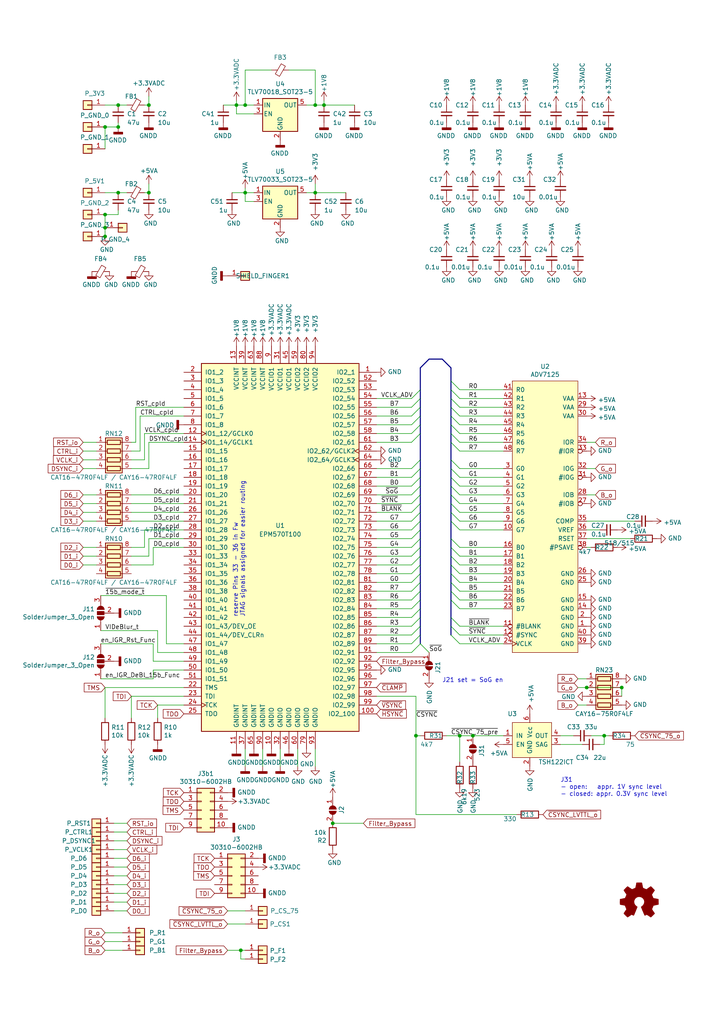
<source format=kicad_sch>
(kicad_sch (version 20211123) (generator eeschema)
  (paper "A4" portrait)
  (title_block (title "N64RGB") (date "2020-03-02") (rev "2.1") (company "boti4938"))
  (junction (at 180.34 199.39))
  (junction (at 120.65 213.36))
  (junction (at 30.48 36.83))
  (junction (at 91.44 55.88))
  (junction (at 71.12 55.88))
  (junction (at 93.98 30.48))
  (junction (at 133.35 213.36))
  (junction (at 34.29 30.48))
  (junction (at 170.18 199.39))
  (junction (at 34.29 36.83))
  (junction (at 71.12 30.48))
  (junction (at 43.18 55.88))
  (junction (at 68.58 30.48))
  (junction (at 30.48 66.04))
  (junction (at 137.16 213.36))
  (junction (at 91.44 30.48))
  (junction (at 175.26 213.36))
  (junction (at 34.29 55.88))
  (junction (at 30.48 68.58))
  (junction (at 69.85 275.59))
  (junction (at 43.18 30.48))
  (junction (at 30.48 62.23))
  (junction (at 96.52 238.76))
  (bus_entry (at 133.35 168.91) (size -2.54 -2.54))
  (bus_entry (at 119.38 128.27) (size 2.54 -2.54))
  (bus_entry (at 119.38 161.29) (size 2.54 -2.54))
  (bus_entry (at 119.38 163.83) (size 2.54 -2.54))
  (bus_entry (at 119.38 135.89) (size 2.54 -2.54))
  (bus_entry (at 133.35 158.75) (size -2.54 -2.54))
  (bus_entry (at 119.38 118.11) (size 2.54 -2.54))
  (bus_entry (at 119.38 120.65) (size 2.54 -2.54))
  (bus_entry (at 119.38 173.99) (size 2.54 -2.54))
  (bus_entry (at 133.35 151.13) (size -2.54 -2.54))
  (bus_entry (at 133.35 135.89) (size -2.54 -2.54))
  (bus_entry (at 130.81 115.57) (size 2.54 2.54))
  (bus_entry (at 133.35 146.05) (size -2.54 -2.54))
  (bus_entry (at 133.35 143.51) (size -2.54 -2.54))
  (bus_entry (at 119.38 158.75) (size 2.54 -2.54))
  (bus_entry (at 130.81 110.49) (size 2.54 2.54))
  (bus_entry (at 119.38 146.05) (size 2.54 -2.54))
  (bus_entry (at 133.35 184.15) (size -2.54 -2.54))
  (bus_entry (at 119.38 153.67) (size 2.54 -2.54))
  (bus_entry (at 133.35 186.69) (size -2.54 -2.54))
  (bus_entry (at 119.38 168.91) (size 2.54 -2.54))
  (bus_entry (at 119.38 138.43) (size 2.54 -2.54))
  (bus_entry (at 133.35 128.27) (size -2.54 -2.54))
  (bus_entry (at 133.35 166.37) (size -2.54 -2.54))
  (bus_entry (at 133.35 176.53) (size -2.54 -2.54))
  (bus_entry (at 119.38 156.21) (size 2.54 -2.54))
  (bus_entry (at 119.38 166.37) (size 2.54 -2.54))
  (bus_entry (at 133.35 171.45) (size -2.54 -2.54))
  (bus_entry (at 133.35 161.29) (size -2.54 -2.54))
  (bus_entry (at 119.38 123.19) (size 2.54 -2.54))
  (bus_entry (at 133.35 115.57) (size -2.54 -2.54))
  (bus_entry (at 119.38 151.13) (size 2.54 -2.54))
  (bus_entry (at 119.38 148.59) (size 2.54 -2.54))
  (bus_entry (at 133.35 120.65) (size -2.54 -2.54))
  (bus_entry (at 133.35 123.19) (size -2.54 -2.54))
  (bus_entry (at 119.38 143.51) (size 2.54 -2.54))
  (bus_entry (at 133.35 148.59) (size -2.54 -2.54))
  (bus_entry (at 119.38 140.97) (size 2.54 -2.54))
  (bus_entry (at 119.38 181.61) (size 2.54 -2.54))
  (bus_entry (at 119.38 125.73) (size 2.54 -2.54))
  (bus_entry (at 133.35 130.81) (size -2.54 -2.54))
  (bus_entry (at 133.35 138.43) (size -2.54 -2.54))
  (bus_entry (at 119.38 171.45) (size 2.54 -2.54))
  (bus_entry (at 119.38 184.15) (size 2.54 -2.54))
  (bus_entry (at 119.38 179.07) (size 2.54 -2.54))
  (bus_entry (at 133.35 125.73) (size -2.54 -2.54))
  (bus_entry (at 119.38 189.23) (size 2.54 -2.54))
  (bus_entry (at 124.46 189.23) (size -2.54 -2.54))
  (bus_entry (at 119.38 186.69) (size 2.54 -2.54))
  (bus_entry (at 119.38 115.57) (size 2.54 -2.54))
  (bus_entry (at 133.35 181.61) (size -2.54 -2.54))
  (bus_entry (at 133.35 163.83) (size -2.54 -2.54))
  (bus_entry (at 119.38 176.53) (size 2.54 -2.54))
  (bus_entry (at 133.35 173.99) (size -2.54 -2.54))
  (bus_entry (at 133.35 140.97) (size -2.54 -2.54))
  (bus_entry (at 133.35 153.67) (size -2.54 -2.54))
  (wire (pts (xy 88.9 30.48) (xy 91.44 30.48)))
  (bus (pts (xy 121.92 179.07) (xy 121.92 181.61)))
  (wire (pts (xy 45.72 182.88) (xy 29.21 182.88)))
  (wire (pts (xy 33.02 256.54) (xy 36.83 256.54)))
  (wire (pts (xy 39.37 128.27) (xy 39.37 118.11)))
  (bus (pts (xy 130.81 140.97) (xy 130.81 143.51)))
  (bus (pts (xy 130.81 151.13) (xy 130.81 156.21)))
  (wire (pts (xy 45.72 189.23) (xy 45.72 182.88)))
  (wire (pts (xy 109.22 118.11) (xy 119.38 118.11)))
  (wire (pts (xy 43.18 128.27) (xy 43.18 135.89)))
  (wire (pts (xy 30.48 199.39) (xy 30.48 208.28)))
  (wire (pts (xy 146.05 120.65) (xy 133.35 120.65)))
  (wire (pts (xy 91.44 20.32) (xy 83.82 20.32)))
  (bus (pts (xy 121.92 140.97) (xy 121.92 143.51)))
  (wire (pts (xy 43.18 55.88) (xy 43.18 53.34)))
  (wire (pts (xy 24.13 163.83) (xy 27.94 163.83)))
  (wire (pts (xy 129.54 213.36) (xy 133.35 213.36)))
  (wire (pts (xy 41.91 133.35) (xy 41.91 125.73)))
  (bus (pts (xy 130.81 158.75) (xy 130.81 161.29)))
  (wire (pts (xy 34.29 62.23) (xy 34.29 60.96)))
  (wire (pts (xy 69.85 278.13) (xy 69.85 275.59)))
  (wire (pts (xy 36.83 55.88) (xy 34.29 55.88)))
  (wire (pts (xy 73.66 55.88) (xy 71.12 55.88)))
  (wire (pts (xy 44.45 194.31) (xy 44.45 196.85)))
  (wire (pts (xy 38.1 201.93) (xy 38.1 208.28)))
  (bus (pts (xy 128.27 104.14) (xy 124.46 104.14)))
  (wire (pts (xy 27.94 151.13) (xy 24.13 151.13)))
  (wire (pts (xy 36.83 254) (xy 33.02 254)))
  (wire (pts (xy 93.98 30.48) (xy 93.98 29.21)))
  (bus (pts (xy 130.81 156.21) (xy 130.81 158.75)))
  (wire (pts (xy 68.58 30.48) (xy 64.77 30.48)))
  (wire (pts (xy 109.22 189.23) (xy 119.38 189.23)))
  (bus (pts (xy 121.92 171.45) (xy 121.92 173.99)))
  (wire (pts (xy 146.05 173.99) (xy 133.35 173.99)))
  (wire (pts (xy 44.45 186.69) (xy 44.45 191.77)))
  (wire (pts (xy 91.44 30.48) (xy 93.98 30.48)))
  (wire (pts (xy 173.99 215.9) (xy 175.26 215.9)))
  (wire (pts (xy 41.91 158.75) (xy 41.91 153.67)))
  (wire (pts (xy 30.48 66.04) (xy 30.48 68.58)))
  (wire (pts (xy 170.18 135.89) (xy 172.72 135.89)))
  (wire (pts (xy 34.29 30.48) (xy 30.48 30.48)))
  (wire (pts (xy 71.12 20.32) (xy 71.12 30.48)))
  (bus (pts (xy 130.81 115.57) (xy 130.81 118.11)))
  (wire (pts (xy 119.38 158.75) (xy 109.22 158.75)))
  (wire (pts (xy 180.34 199.39) (xy 170.18 199.39)))
  (wire (pts (xy 109.22 171.45) (xy 119.38 171.45)))
  (wire (pts (xy 119.38 115.57) (xy 109.22 115.57)))
  (wire (pts (xy 30.48 273.05) (xy 35.56 273.05)))
  (wire (pts (xy 41.91 125.73) (xy 53.34 125.73)))
  (wire (pts (xy 146.05 181.61) (xy 133.35 181.61)))
  (wire (pts (xy 53.34 201.93) (xy 38.1 201.93)))
  (wire (pts (xy 66.04 267.97) (xy 71.12 267.97)))
  (bus (pts (xy 130.81 143.51) (xy 130.81 146.05)))
  (wire (pts (xy 53.34 186.69) (xy 48.26 186.69)))
  (wire (pts (xy 27.94 135.89) (xy 24.13 135.89)))
  (wire (pts (xy 38.1 128.27) (xy 39.37 128.27)))
  (wire (pts (xy 170.18 199.39) (xy 167.64 199.39)))
  (wire (pts (xy 36.83 238.76) (xy 33.02 238.76)))
  (wire (pts (xy 38.1 133.35) (xy 41.91 133.35)))
  (wire (pts (xy 34.29 55.88) (xy 30.48 55.88)))
  (wire (pts (xy 68.58 33.02) (xy 68.58 30.48)))
  (wire (pts (xy 24.13 133.35) (xy 27.94 133.35)))
  (bus (pts (xy 121.92 148.59) (xy 121.92 151.13)))
  (wire (pts (xy 146.05 153.67) (xy 133.35 153.67)))
  (wire (pts (xy 133.35 213.36) (xy 137.16 213.36)))
  (wire (pts (xy 78.74 20.32) (xy 71.12 20.32)))
  (wire (pts (xy 146.05 115.57) (xy 133.35 115.57)))
  (wire (pts (xy 29.21 186.69) (xy 44.45 186.69)))
  (wire (pts (xy 175.26 215.9) (xy 175.26 213.36)))
  (bus (pts (xy 130.81 166.37) (xy 130.81 168.91)))
  (wire (pts (xy 91.44 55.88) (xy 91.44 53.34)))
  (wire (pts (xy 40.64 120.65) (xy 40.64 130.81)))
  (bus (pts (xy 130.81 125.73) (xy 130.81 128.27)))
  (wire (pts (xy 68.58 30.48) (xy 71.12 30.48)))
  (bus (pts (xy 121.92 138.43) (xy 121.92 140.97)))
  (wire (pts (xy 109.22 176.53) (xy 119.38 176.53)))
  (wire (pts (xy 68.58 29.21) (xy 68.58 30.48)))
  (wire (pts (xy 109.22 138.43) (xy 119.38 138.43)))
  (wire (pts (xy 102.87 30.48) (xy 93.98 30.48)))
  (wire (pts (xy 180.34 201.93) (xy 180.34 199.39)))
  (wire (pts (xy 36.83 248.92) (xy 33.02 248.92)))
  (wire (pts (xy 146.05 143.51) (xy 133.35 143.51)))
  (bus (pts (xy 121.92 153.67) (xy 121.92 156.21)))
  (wire (pts (xy 119.38 186.69) (xy 109.22 186.69)))
  (wire (pts (xy 133.35 220.98) (xy 133.35 213.36)))
  (bus (pts (xy 121.92 176.53) (xy 121.92 179.07)))
  (bus (pts (xy 121.92 146.05) (xy 121.92 148.59)))
  (bus (pts (xy 130.81 118.11) (xy 130.81 120.65)))
  (wire (pts (xy 45.72 204.47) (xy 45.72 208.28)))
  (wire (pts (xy 35.56 275.59) (xy 30.48 275.59)))
  (wire (pts (xy 109.22 161.29) (xy 119.38 161.29)))
  (wire (pts (xy 27.94 130.81) (xy 24.13 130.81)))
  (bus (pts (xy 130.81 123.19) (xy 130.81 125.73)))
  (wire (pts (xy 133.35 140.97) (xy 146.05 140.97)))
  (wire (pts (xy 146.05 148.59) (xy 133.35 148.59)))
  (bus (pts (xy 121.92 123.19) (xy 121.92 125.73)))
  (wire (pts (xy 109.22 168.91) (xy 119.38 168.91)))
  (wire (pts (xy 168.91 215.9) (xy 162.56 215.9)))
  (wire (pts (xy 119.38 123.19) (xy 109.22 123.19)))
  (bus (pts (xy 121.92 173.99) (xy 121.92 176.53)))
  (wire (pts (xy 119.38 151.13) (xy 109.22 151.13)))
  (wire (pts (xy 170.18 158.75) (xy 171.45 158.75)))
  (wire (pts (xy 38.1 143.51) (xy 53.34 143.51)))
  (wire (pts (xy 170.18 143.51) (xy 172.72 143.51)))
  (wire (pts (xy 109.22 179.07) (xy 119.38 179.07)))
  (bus (pts (xy 130.81 161.29) (xy 130.81 163.83)))
  (wire (pts (xy 71.12 30.48) (xy 73.66 30.48)))
  (wire (pts (xy 119.38 173.99) (xy 109.22 173.99)))
  (wire (pts (xy 36.83 259.08) (xy 33.02 259.08)))
  (wire (pts (xy 35.56 270.51) (xy 30.48 270.51)))
  (wire (pts (xy 34.29 62.23) (xy 30.48 62.23)))
  (wire (pts (xy 133.35 171.45) (xy 146.05 171.45)))
  (wire (pts (xy 48.26 172.72) (xy 29.21 172.72)))
  (bus (pts (xy 121.92 158.75) (xy 121.92 161.29)))
  (bus (pts (xy 130.81 110.49) (xy 130.81 113.03)))
  (wire (pts (xy 133.35 184.15) (xy 146.05 184.15)))
  (bus (pts (xy 130.81 148.59) (xy 130.81 151.13)))
  (bus (pts (xy 121.92 181.61) (xy 121.92 184.15)))
  (wire (pts (xy 36.83 243.84) (xy 33.02 243.84)))
  (bus (pts (xy 130.81 163.83) (xy 130.81 166.37)))
  (wire (pts (xy 71.12 264.16) (xy 66.04 264.16)))
  (bus (pts (xy 121.92 135.89) (xy 121.92 138.43)))
  (wire (pts (xy 109.22 153.67) (xy 119.38 153.67)))
  (wire (pts (xy 53.34 120.65) (xy 40.64 120.65)))
  (wire (pts (xy 43.18 135.89) (xy 38.1 135.89)))
  (wire (pts (xy 38.1 163.83) (xy 44.45 163.83)))
  (wire (pts (xy 167.64 204.47) (xy 170.18 204.47)))
  (wire (pts (xy 43.18 156.21) (xy 43.18 161.29)))
  (wire (pts (xy 36.83 264.16) (xy 33.02 264.16)))
  (wire (pts (xy 69.85 278.13) (xy 71.12 278.13)))
  (bus (pts (xy 121.92 125.73) (xy 121.92 133.35)))
  (wire (pts (xy 34.29 36.83) (xy 34.29 35.56)))
  (bus (pts (xy 121.92 113.03) (xy 121.92 115.57)))
  (wire (pts (xy 71.12 55.88) (xy 71.12 54.61)))
  (wire (pts (xy 119.38 140.97) (xy 109.22 140.97)))
  (wire (pts (xy 133.35 151.13) (xy 146.05 151.13)))
  (bus (pts (xy 130.81 173.99) (xy 130.81 179.07)))
  (wire (pts (xy 170.18 151.13) (xy 184.15 151.13)))
  (wire (pts (xy 133.35 166.37) (xy 146.05 166.37)))
  (wire (pts (xy 27.94 161.29) (xy 24.13 161.29)))
  (wire (pts (xy 137.16 213.36) (xy 146.05 213.36)))
  (wire (pts (xy 39.37 118.11) (xy 53.34 118.11)))
  (wire (pts (xy 30.48 199.39) (xy 53.34 199.39)))
  (wire (pts (xy 30.48 36.83) (xy 30.48 43.18)))
  (wire (pts (xy 109.22 184.15) (xy 119.38 184.15)))
  (wire (pts (xy 133.35 146.05) (xy 146.05 146.05)))
  (wire (pts (xy 38.1 158.75) (xy 41.91 158.75)))
  (bus (pts (xy 130.81 120.65) (xy 130.81 123.19)))
  (wire (pts (xy 119.38 128.27) (xy 109.22 128.27)))
  (wire (pts (xy 53.34 191.77) (xy 44.45 191.77)))
  (bus (pts (xy 121.92 166.37) (xy 121.92 168.91)))
  (wire (pts (xy 146.05 186.69) (xy 133.35 186.69)))
  (wire (pts (xy 27.94 146.05) (xy 24.13 146.05)))
  (wire (pts (xy 44.45 163.83) (xy 44.45 158.75)))
  (wire (pts (xy 109.22 120.65) (xy 119.38 120.65)))
  (wire (pts (xy 133.35 118.11) (xy 146.05 118.11)))
  (wire (pts (xy 119.38 156.21) (xy 109.22 156.21)))
  (bus (pts (xy 130.81 113.03) (xy 130.81 115.57)))
  (wire (pts (xy 43.18 30.48) (xy 43.18 27.94)))
  (wire (pts (xy 146.05 168.91) (xy 133.35 168.91)))
  (bus (pts (xy 121.92 133.35) (xy 121.92 135.89)))
  (bus (pts (xy 130.81 171.45) (xy 130.81 173.99)))
  (wire (pts (xy 170.18 156.21) (xy 182.88 156.21)))
  (wire (pts (xy 146.05 163.83) (xy 133.35 163.83)))
  (bus (pts (xy 130.81 179.07) (xy 130.81 181.61)))
  (bus (pts (xy 130.81 133.35) (xy 130.81 135.89)))
  (wire (pts (xy 119.38 166.37) (xy 109.22 166.37)))
  (bus (pts (xy 128.27 104.14) (xy 130.81 106.68)))
  (wire (pts (xy 167.64 196.85) (xy 170.18 196.85)))
  (bus (pts (xy 130.81 128.27) (xy 130.81 133.35)))
  (wire (pts (xy 109.22 163.83) (xy 119.38 163.83)))
  (wire (pts (xy 133.35 176.53) (xy 146.05 176.53)))
  (wire (pts (xy 40.64 130.81) (xy 38.1 130.81)))
  (wire (pts (xy 88.9 55.88) (xy 91.44 55.88)))
  (bus (pts (xy 130.81 106.68) (xy 130.81 110.49)))
  (bus (pts (xy 121.92 143.51) (xy 121.92 146.05)))
  (wire (pts (xy 29.21 196.85) (xy 44.45 196.85)))
  (wire (pts (xy 171.45 213.36) (xy 175.26 213.36)))
  (wire (pts (xy 71.12 222.25) (xy 71.12 217.17)))
  (wire (pts (xy 133.35 123.19) (xy 146.05 123.19)))
  (wire (pts (xy 120.65 213.36) (xy 120.65 201.93)))
  (bus (pts (xy 121.92 120.65) (xy 121.92 123.19)))
  (wire (pts (xy 146.05 138.43) (xy 133.35 138.43)))
  (wire (pts (xy 53.34 194.31) (xy 44.45 194.31)))
  (wire (pts (xy 73.66 58.42) (xy 71.12 58.42)))
  (wire (pts (xy 119.38 135.89) (xy 109.22 135.89)))
  (wire (pts (xy 38.1 151.13) (xy 53.34 151.13)))
  (wire (pts (xy 119.38 181.61) (xy 109.22 181.61)))
  (bus (pts (xy 121.92 115.57) (xy 121.92 118.11)))
  (bus (pts (xy 121.92 168.91) (xy 121.92 171.45)))
  (wire (pts (xy 24.13 148.59) (xy 27.94 148.59)))
  (wire (pts (xy 38.1 148.59) (xy 53.34 148.59)))
  (wire (pts (xy 175.26 213.36) (xy 176.53 213.36)))
  (wire (pts (xy 109.22 143.51) (xy 119.38 143.51)))
  (wire (pts (xy 81.28 222.25) (xy 81.28 217.17)))
  (bus (pts (xy 121.92 118.11) (xy 121.92 120.65)))
  (bus (pts (xy 130.81 138.43) (xy 130.81 140.97)))
  (wire (pts (xy 133.35 113.03) (xy 146.05 113.03)))
  (wire (pts (xy 120.65 213.36) (xy 121.92 213.36)))
  (wire (pts (xy 91.44 30.48) (xy 91.44 20.32)))
  (wire (pts (xy 146.05 158.75) (xy 133.35 158.75)))
  (wire (pts (xy 91.44 222.25) (xy 91.44 217.17)))
  (wire (pts (xy 119.38 146.05) (xy 109.22 146.05)))
  (wire (pts (xy 120.65 213.36) (xy 120.65 236.22)))
  (wire (pts (xy 109.22 125.73) (xy 119.38 125.73)))
  (wire (pts (xy 91.44 55.88) (xy 100.33 55.88)))
  (wire (pts (xy 133.35 161.29) (xy 146.05 161.29)))
  (wire (pts (xy 53.34 156.21) (xy 43.18 156.21)))
  (wire (pts (xy 48.26 172.72) (xy 48.26 186.69)))
  (wire (pts (xy 146.05 130.81) (xy 133.35 130.81)))
  (wire (pts (xy 71.12 58.42) (xy 71.12 55.88)))
  (wire (pts (xy 109.22 201.93) (xy 120.65 201.93)))
  (wire (pts (xy 86.36 217.17) (xy 86.36 222.25)))
  (wire (pts (xy 53.34 189.23) (xy 45.72 189.23)))
  (wire (pts (xy 170.18 153.67) (xy 173.99 153.67)))
  (wire (pts (xy 133.35 135.89) (xy 146.05 135.89)))
  (wire (pts (xy 71.12 55.88) (xy 67.31 55.88)))
  (wire (pts (xy 41.91 55.88) (xy 43.18 55.88)))
  (bus (pts (xy 121.92 151.13) (xy 121.92 153.67)))
  (wire (pts (xy 34.29 36.83) (xy 30.48 36.83)))
  (bus (pts (xy 130.81 181.61) (xy 130.81 184.15)))
  (wire (pts (xy 24.13 158.75) (xy 27.94 158.75)))
  (wire (pts (xy 162.56 213.36) (xy 166.37 213.36)))
  (wire (pts (xy 33.02 261.62) (xy 36.83 261.62)))
  (wire (pts (xy 68.58 33.02) (xy 73.66 33.02)))
  (wire (pts (xy 33.02 251.46) (xy 36.83 251.46)))
  (bus (pts (xy 121.92 106.68) (xy 124.46 104.14)))
  (wire (pts (xy 120.65 236.22) (xy 149.86 236.22)))
  (wire (pts (xy 96.52 238.76) (xy 105.41 238.76)))
  (bus (pts (xy 130.81 135.89) (xy 130.81 138.43)))
  (wire (pts (xy 43.18 161.29) (xy 38.1 161.29)))
  (wire (pts (xy 45.72 204.47) (xy 53.34 204.47)))
  (wire (pts (xy 36.83 30.48) (xy 34.29 30.48)))
  (wire (pts (xy 69.85 275.59) (xy 66.04 275.59)))
  (wire (pts (xy 41.91 30.48) (xy 43.18 30.48)))
  (bus (pts (xy 121.92 161.29) (xy 121.92 163.83)))
  (wire (pts (xy 146.05 125.73) (xy 133.35 125.73)))
  (bus (pts (xy 121.92 156.21) (xy 121.92 158.75)))
  (wire (pts (xy 76.2 217.17) (xy 76.2 222.25)))
  (bus (pts (xy 130.81 146.05) (xy 130.81 148.59)))
  (bus (pts (xy 121.92 163.83) (xy 121.92 166.37)))
  (wire (pts (xy 170.18 128.27) (xy 172.72 128.27)))
  (wire (pts (xy 53.34 128.27) (xy 43.18 128.27)))
  (wire (pts (xy 24.13 128.27) (xy 27.94 128.27)))
  (wire (pts (xy 30.48 62.23) (xy 30.48 66.04)))
  (wire (pts (xy 133.35 128.27) (xy 146.05 128.27)))
  (wire (pts (xy 38.1 146.05) (xy 53.34 146.05)))
  (wire (pts (xy 44.45 158.75) (xy 53.34 158.75)))
  (bus (pts (xy 130.81 168.91) (xy 130.81 171.45)))
  (wire (pts (xy 71.12 275.59) (xy 69.85 275.59)))
  (wire (pts (xy 33.02 241.3) (xy 36.83 241.3)))
  (bus (pts (xy 121.92 184.15) (xy 121.92 186.69)))
  (wire (pts (xy 24.13 143.51) (xy 27.94 143.51)))
  (bus (pts (xy 121.92 106.68) (xy 121.92 113.03)))
  (wire (pts (xy 33.02 246.38) (xy 36.83 246.38)))
  (wire (pts (xy 109.22 148.59) (xy 119.38 148.59)))
  (wire (pts (xy 41.91 153.67) (xy 53.34 153.67)))
  (text "J31\n- open:   appr. 1V sync level\n- closed: appr. 0.3V sync level" (at 162.56 231.14 0) (effects (font (size 1.27 1.27)) (justify left bottom)))
  (text "reserve Pins 33 - 36 in Fw\nJTAG signals assigned for easier routing\n" (at 71.12 179.07 90) (effects (font (size 1.27 1.27)) (justify left bottom)))
  (text "J21 set = SoG en\n" (at 128.27 198.12 0) (effects (font (size 1.27 1.27)) (justify left bottom)))
  (label "G2" (at 135.89 140.97 0))
  (label "G6" (at 113.03 153.67 0))
  (label "G4" (at 135.89 146.05 0))
  (label "B5" (at 113.03 123.19 0))
  (label "VCLK_cpld" (at 41.91 125.73 0))
  (label "R2" (at 113.03 184.15 0))
  (label "en_IGR_Rst_Func" (at 29.21 186.69 0))
  (label "B0" (at 135.89 158.75 0))
  (label "B6" (at 135.89 173.99 0))
  (label "G3" (at 113.03 161.29 0))
  (label "G5" (at 135.89 148.59 0))
  (label "B3" (at 113.03 128.27 0))
  (label "B0" (at 113.03 140.97 0))
  (label "RST_cpld" (at 39.37 118.11 0))
  (label "G7" (at 135.89 153.67 0))
  (label "R2" (at 135.89 118.11 0))
  (label "~{CSYNC_75_pre}" (at 130.81 213.36 0))
  (label "~{BLANK}" (at 135.89 181.61 0))
  (label "R1" (at 113.03 186.69 0))
  (label "B4" (at 135.89 168.91 0))
  (label "R1" (at 135.89 115.57 0))
  (label "~{SYNC}" (at 110.49 146.05 0))
  (label "~{SoG}" (at 124.46 189.23 0))
  (label "G1" (at 113.03 166.37 0))
  (label "R5" (at 113.03 176.53 0))
  (label "VCLK_ADV" (at 110.49 115.57 0))
  (label "R7" (at 113.03 171.45 0))
  (label "G1" (at 135.89 138.43 0))
  (label "B5" (at 135.89 171.45 0))
  (label "B1" (at 135.89 161.29 0))
  (label "D3_cpld" (at 44.45 151.13 0))
  (label "D2_cpld" (at 44.45 153.67 0))
  (label "B7" (at 113.03 118.11 0))
  (label "D6_cpld" (at 44.45 143.51 0))
  (label "G0" (at 135.89 135.89 0))
  (label "G0" (at 113.03 168.91 0))
  (label "~{CSYNC}" (at 120.65 208.28 0))
  (label "R7" (at 135.89 130.81 0))
  (label "G6" (at 135.89 151.13 0))
  (label "~{BLANK}" (at 110.49 148.59 0))
  (label "D0_cpld" (at 44.45 158.75 0))
  (label "G4" (at 113.03 158.75 0))
  (label "D5_cpld" (at 44.45 146.05 0))
  (label "~{SoG}" (at 111.76 143.51 0))
  (label "B1" (at 113.03 138.43 0))
  (label "VCLK_ADV" (at 135.89 186.69 0))
  (label "B6" (at 113.03 120.65 0))
  (label "VIDeBlur_t" (at 30.48 182.88 0))
  (label "CTRL_cpld" (at 40.64 120.65 0))
  (label "G3" (at 135.89 143.51 0))
  (label "G7" (at 113.03 151.13 0))
  (label "~{SYNC}" (at 135.89 184.15 0))
  (label "R4" (at 113.03 179.07 0))
  (label "R3" (at 113.03 181.61 0))
  (label "R0" (at 113.03 189.23 0))
  (label "R4" (at 135.89 123.19 0))
  (label "en_IGR_DeBl_15b_Func" (at 30.48 196.85 0))
  (label "B3" (at 135.89 166.37 0))
  (label "R5" (at 135.89 125.73 0))
  (label "B2" (at 113.03 135.89 0))
  (label "D1_cpld" (at 44.45 156.21 0))
  (label "B2" (at 135.89 163.83 0))
  (label "G2" (at 113.03 163.83 0))
  (label "R6" (at 113.03 173.99 0))
  (label "R0" (at 135.89 113.03 0))
  (label "D4_cpld" (at 44.45 148.59 0))
  (label "~{15b_mode_t}" (at 30.48 172.72 0))
  (label "B4" (at 113.03 125.73 0))
  (label "B7" (at 135.89 176.53 0))
  (label "DSYNC_cpld" (at 43.18 128.27 0))
  (label "R3" (at 135.89 120.65 0))
  (label "G5" (at 113.03 156.21 0))
  (label "R6" (at 135.89 128.27 0))
  (global_label "TCK" (shape input) (at 45.72 204.47 180) (property "Intersheet References" "${INTERSHEET_REFS}" (effects hide)))
  (global_label "D5_i" (shape input) (at 36.83 251.46 0) (property "Intersheet References" "${INTERSHEET_REFS}" (effects hide)))
  (global_label "~{HSYNC}" (shape input) (at 109.22 207.01 0) (property "Intersheet References" "${INTERSHEET_REFS}" (effects hide)))
  (global_label "TCK" (shape input) (at 62.23 248.92 180) (property "Intersheet References" "${INTERSHEET_REFS}" (effects hide)))
  (global_label "TMS" (shape input) (at 30.48 199.39 180) (property "Intersheet References" "${INTERSHEET_REFS}" (effects hide)))
  (global_label "D3_i" (shape input) (at 24.13 151.13 180) (property "Intersheet References" "${INTERSHEET_REFS}" (effects hide)))
  (global_label "Filter_Bypass" (shape input) (at 66.04 275.59 180) (property "Intersheet References" "${INTERSHEET_REFS}" (effects hide)))
  (global_label "D1_i" (shape input) (at 36.83 261.62 0) (property "Intersheet References" "${INTERSHEET_REFS}" (effects hide)))
  (global_label "DSYNC_i" (shape input) (at 24.13 135.89 180) (property "Intersheet References" "${INTERSHEET_REFS}" (effects hide)))
  (global_label "CTRL_i" (shape input) (at 36.83 241.3 0) (property "Intersheet References" "${INTERSHEET_REFS}" (effects hide)))
  (global_label "B_o" (shape input) (at 30.48 275.59 180) (property "Intersheet References" "${INTERSHEET_REFS}" (effects hide)))
  (global_label "~{CSYNC_75_o}" (shape input) (at 184.15 213.36 0) (property "Intersheet References" "${INTERSHEET_REFS}" (effects hide)))
  (global_label "B_o" (shape input) (at 167.64 204.47 180) (property "Intersheet References" "${INTERSHEET_REFS}" (effects hide)))
  (global_label "RST_io" (shape input) (at 36.83 238.76 0) (property "Intersheet References" "${INTERSHEET_REFS}" (effects hide)))
  (global_label "RST_io" (shape input) (at 24.13 128.27 180) (property "Intersheet References" "${INTERSHEET_REFS}" (effects hide)))
  (global_label "TCK" (shape input) (at 53.34 229.87 180) (property "Intersheet References" "${INTERSHEET_REFS}" (effects hide)))
  (global_label "D4_i" (shape input) (at 24.13 148.59 180) (property "Intersheet References" "${INTERSHEET_REFS}" (effects hide)))
  (global_label "D2_i" (shape input) (at 24.13 158.75 180) (property "Intersheet References" "${INTERSHEET_REFS}" (effects hide)))
  (global_label "R_o" (shape input) (at 30.48 270.51 180) (property "Intersheet References" "${INTERSHEET_REFS}" (effects hide)))
  (global_label "TDO" (shape input) (at 62.23 251.46 180) (property "Intersheet References" "${INTERSHEET_REFS}" (effects hide)))
  (global_label "Filter_Bypass" (shape input) (at 105.41 238.76 0) (property "Intersheet References" "${INTERSHEET_REFS}" (effects hide)))
  (global_label "Filter_Bypass" (shape input) (at 109.22 191.77 0) (property "Intersheet References" "${INTERSHEET_REFS}" (effects hide)))
  (global_label "B_o" (shape input) (at 172.72 143.51 0) (property "Intersheet References" "${INTERSHEET_REFS}" (effects hide)))
  (global_label "D6_i" (shape input) (at 36.83 248.92 0) (property "Intersheet References" "${INTERSHEET_REFS}" (effects hide)))
  (global_label "VCLK_i" (shape input) (at 36.83 246.38 0) (property "Intersheet References" "${INTERSHEET_REFS}" (effects hide)))
  (global_label "G_o" (shape input) (at 167.64 199.39 180) (property "Intersheet References" "${INTERSHEET_REFS}" (effects hide)))
  (global_label "TDO" (shape input) (at 53.34 232.41 180) (property "Intersheet References" "${INTERSHEET_REFS}" (effects hide)))
  (global_label "TDI" (shape input) (at 53.34 240.03 180) (property "Intersheet References" "${INTERSHEET_REFS}" (effects hide)))
  (global_label "D5_i" (shape input) (at 24.13 146.05 180) (property "Intersheet References" "${INTERSHEET_REFS}" (effects hide)))
  (global_label "D0_i" (shape input) (at 24.13 163.83 180) (property "Intersheet References" "${INTERSHEET_REFS}" (effects hide)))
  (global_label "~{VSYNC}" (shape input) (at 109.22 204.47 0) (property "Intersheet References" "${INTERSHEET_REFS}" (effects hide)))
  (global_label "~{CSYNC_LVTTL_o}" (shape input) (at 157.48 236.22 0) (property "Intersheet References" "${INTERSHEET_REFS}" (effects hide)))
  (global_label "R_o" (shape input) (at 172.72 128.27 0) (property "Intersheet References" "${INTERSHEET_REFS}" (effects hide)))
  (global_label "D2_i" (shape input) (at 36.83 259.08 0) (property "Intersheet References" "${INTERSHEET_REFS}" (effects hide)))
  (global_label "G_o" (shape input) (at 30.48 273.05 180) (property "Intersheet References" "${INTERSHEET_REFS}" (effects hide)))
  (global_label "D3_i" (shape input) (at 36.83 256.54 0) (property "Intersheet References" "${INTERSHEET_REFS}" (effects hide)))
  (global_label "~{CSYNC_LVTTL_o}" (shape input) (at 66.04 267.97 180) (property "Intersheet References" "${INTERSHEET_REFS}" (effects hide)))
  (global_label "DSYNC_i" (shape input) (at 36.83 243.84 0) (property "Intersheet References" "${INTERSHEET_REFS}" (effects hide)))
  (global_label "~{CLAMP}" (shape input) (at 109.22 199.39 0) (property "Intersheet References" "${INTERSHEET_REFS}" (effects hide)))
  (global_label "~{CSYNC_75_o}" (shape input) (at 66.04 264.16 180) (property "Intersheet References" "${INTERSHEET_REFS}" (effects hide)))
  (global_label "TMS" (shape input) (at 53.34 234.95 180) (property "Intersheet References" "${INTERSHEET_REFS}" (effects hide)))
  (global_label "TDI" (shape input) (at 38.1 201.93 180) (property "Intersheet References" "${INTERSHEET_REFS}" (effects hide)))
  (global_label "D6_i" (shape input) (at 24.13 143.51 180) (property "Intersheet References" "${INTERSHEET_REFS}" (effects hide)))
  (global_label "D0_i" (shape input) (at 36.83 264.16 0) (property "Intersheet References" "${INTERSHEET_REFS}" (effects hide)))
  (global_label "R_o" (shape input) (at 167.64 196.85 180) (property "Intersheet References" "${INTERSHEET_REFS}" (effects hide)))
  (global_label "G_o" (shape input) (at 172.72 135.89 0) (property "Intersheet References" "${INTERSHEET_REFS}" (effects hide)))
  (global_label "D4_i" (shape input) (at 36.83 254 0) (property "Intersheet References" "${INTERSHEET_REFS}" (effects hide)))
  (global_label "TDI" (shape input) (at 62.23 259.08 180) (property "Intersheet References" "${INTERSHEET_REFS}" (effects hide)))
  (global_label "TDO" (shape input) (at 53.34 207.01 180) (property "Intersheet References" "${INTERSHEET_REFS}" (effects hide)))
  (global_label "TMS" (shape input) (at 62.23 254 180) (property "Intersheet References" "${INTERSHEET_REFS}" (effects hide)))
  (global_label "CTRL_i" (shape input) (at 24.13 130.81 180) (property "Intersheet References" "${INTERSHEET_REFS}" (effects hide)))
  (global_label "D1_i" (shape input) (at 24.13 161.29 180) (property "Intersheet References" "${INTERSHEET_REFS}" (effects hide)))
  (global_label "VCLK_i" (shape input) (at 24.13 133.35 180) (property "Intersheet References" "${INTERSHEET_REFS}" (effects hide)))
  (symbol (lib_id "Device:R_Pack04") (at 33.02 163.83 270) (unit 1)
    (property "Reference" "RN10" (at 33.02 156.21 90))
    (property "Value" "CAT16-47R0F4LF / CAY16-47R0F4LF" (at 33.02 168.91 90))
    (property "Footprint" "Resistor_SMD:R_Array_Convex_4x0603" (effects hide))
  )
  (symbol (lib_id "Device:R_Pack04") (at 33.02 148.59 270) (unit 1)
    (property "Reference" "RN11" (at 33.02 140.97 90))
    (property "Value" "CAT16-47R0F4LF / CAY16-47R0F4LF" (at 33.02 153.67 90))
    (property "Footprint" "Resistor_SMD:R_Array_Convex_4x0603" (effects hide))
  )
  (symbol (lib_id "Device:R_Pack04") (at 33.02 133.35 270) (unit 1)
    (property "Reference" "RN12" (at 33.02 125.73 90))
    (property "Value" "CAT16-47R0F4LF / CAY16-47R0F4LF" (at 33.02 138.43 90))
    (property "Footprint" "Resistor_SMD:R_Array_Convex_4x0603" (effects hide))
  )
  (symbol (lib_id "CPLD_Altera:EPM570T100") (at 81.28 158.75 0) (unit 1)
    (property "Reference" "U1" (at 81.28 152.4 0))
    (property "Value" "EPM570T100" (at 81.28 154.94 0))
    (property "Footprint" "Package_QFP:TQFP-100_14x14mm_P0.5mm" (effects hide))
    (property "Datasheet" "https://www.altera.com/content/dam/altera-www/global/en_US/pdfs/literature/hb/max2/max2_mii5v1.pdf" (effects hide))
  )
  (symbol (lib_id "power:GNDD") (at 53.34 123.19 270) (unit 1)
    (property "Reference" "#PWR0101" (effects hide))
    (property "Value" "GNDD" (at 50.546 123.2916 90) (effects (justify right)))
  )
  (symbol (lib_id "power:GND") (at 109.22 107.95 90) (unit 1)
    (property "Reference" "#PWR0102" (effects hide))
    (property "Value" "GND" (at 112.4712 107.823 90) (effects (justify right)))
  )
  (symbol (lib_id "power:GNDD") (at 68.58 217.17 0) (unit 1)
    (property "Reference" "#PWR0103" (effects hide))
    (property "Value" "GNDD" (at 68.6816 221.107 0))
  )
  (symbol (lib_id "power:GNDD") (at 71.12 222.25 0) (unit 1)
    (property "Reference" "#PWR0104" (effects hide))
    (property "Value" "GNDD" (at 71.2216 226.187 0))
  )
  (symbol (lib_id "power:GNDD") (at 73.66 217.17 0) (unit 1)
    (property "Reference" "#PWR0105" (effects hide))
    (property "Value" "GNDD" (at 73.7616 221.107 0))
  )
  (symbol (lib_id "power:GNDD") (at 76.2 222.25 0) (unit 1)
    (property "Reference" "#PWR0106" (effects hide))
    (property "Value" "GNDD" (at 76.3016 226.187 0))
  )
  (symbol (lib_id "power:GNDD") (at 78.74 217.17 0) (unit 1)
    (property "Reference" "#PWR0107" (effects hide))
    (property "Value" "GNDD" (at 78.8416 221.107 0))
  )
  (symbol (lib_id "power:GNDD") (at 81.28 222.25 0) (unit 1)
    (property "Reference" "#PWR0108" (effects hide))
    (property "Value" "GNDD" (at 81.3816 226.187 0))
  )
  (symbol (lib_id "power:GNDD") (at 83.82 217.17 0) (unit 1)
    (property "Reference" "#PWR0109" (effects hide))
    (property "Value" "GNDD" (at 83.9216 221.107 0))
  )
  (symbol (lib_id "power:GND") (at 86.36 222.25 0) (unit 1)
    (property "Reference" "#PWR0110" (effects hide))
    (property "Value" "GND" (at 86.487 226.6442 0))
  )
  (symbol (lib_id "power:GND") (at 88.9 217.17 0) (unit 1)
    (property "Reference" "#PWR0111" (effects hide))
    (property "Value" "GND" (at 89.027 221.5642 0))
  )
  (symbol (lib_id "power:GND") (at 91.44 222.25 0) (unit 1)
    (property "Reference" "#PWR0112" (effects hide))
    (property "Value" "GND" (at 91.567 226.6442 0))
  )
  (symbol (lib_id "power:GND") (at 109.22 194.31 90) (unit 1)
    (property "Reference" "#PWR0113" (effects hide))
    (property "Value" "GND" (at 112.4712 194.183 90) (effects (justify right)))
  )
  (symbol (lib_id "Device:R") (at 186.69 156.21 90) (unit 1)
    (property "Reference" "R21" (at 184.15 156.21 90) (effects (justify right)))
    (property "Value" "518/515" (at 175.26 157.48 90) (effects (justify right)))
    (property "Footprint" "Resistor_SMD:R_0603_1608Metric_Pad1.05x0.95mm_HandSolder" (effects hide))
  )
  (symbol (lib_id "power:+1V8") (at 68.58 100.33 0) (unit 1)
    (property "Reference" "#PWR0114" (effects hide))
    (property "Value" "+1V8" (at 68.58 95.25 90))
  )
  (symbol (lib_id "Device:R") (at 175.26 158.75 270) (unit 1)
    (property "Reference" "R22" (at 176.53 158.75 90) (effects (justify right)))
    (property "Value" "4k7" (at 171.45 160.02 90) (effects (justify right)))
    (property "Footprint" "Resistor_SMD:R_0603_1608Metric_Pad1.05x0.95mm_HandSolder" (effects hide))
  )
  (symbol (lib_id "power:+1V8") (at 73.66 100.33 0) (unit 1)
    (property "Reference" "#PWR0115" (effects hide))
    (property "Value" "+1V8" (at 73.66 95.25 90))
  )
  (symbol (lib_id "power:+3.3VADC") (at 78.74 100.33 0) (unit 1)
    (property "Reference" "#PWR0116" (effects hide))
    (property "Value" "+3.3VADC" (at 78.74 92.71 90))
  )
  (symbol (lib_id "power:GND") (at 190.5 156.21 90) (unit 1)
    (property "Reference" "#PWR0146" (effects hide))
    (property "Value" "GND" (at 193.7512 156.083 90) (effects (justify right)))
  )
  (symbol (lib_id "Device:C_Small") (at 176.53 153.67 90) (unit 1)
    (property "Reference" "C27" (at 171.45 152.4 90) (effects (justify right)))
    (property "Value" "0.1u" (at 171.45 154.94 90) (effects (justify right)))
    (property "Footprint" "Capacitor_SMD:C_0603_1608Metric_Pad1.05x0.95mm_HandSolder" (effects hide))
  )
  (symbol (lib_id "power:+3.3VADC") (at 81.28 100.33 0) (unit 1)
    (property "Reference" "#PWR0117" (effects hide))
    (property "Value" "+3.3VADC" (at 81.28 92.71 90))
  )
  (symbol (lib_id "power:+3.3VADC") (at 83.82 100.33 0) (unit 1)
    (property "Reference" "#PWR0118" (effects hide))
    (property "Value" "+3.3VADC" (at 83.82 92.71 90))
  )
  (symbol (lib_id "power:+3.3V") (at 86.36 100.33 0) (unit 1)
    (property "Reference" "#PWR0119" (effects hide))
    (property "Value" "+3.3V" (at 86.36 93.98 90))
  )
  (symbol (lib_id "power:+3.3V") (at 88.9 100.33 0) (unit 1)
    (property "Reference" "#PWR0120" (effects hide))
    (property "Value" "+3.3V" (at 88.9 93.98 90))
  )
  (symbol (lib_id "power:+3.3V") (at 91.44 100.33 0) (unit 1)
    (property "Reference" "#PWR0121" (effects hide))
    (property "Value" "+3.3V" (at 91.44 93.98 90))
  )
  (symbol (lib_id "Device:R") (at 45.72 212.09 180) (unit 1)
    (property "Reference" "R10" (at 47.498 210.9216 0) (effects (justify right)))
    (property "Value" "1k" (at 47.498 213.233 0) (effects (justify right)))
    (property "Footprint" "Resistor_SMD:R_0603_1608Metric_Pad1.05x0.95mm_HandSolder" (effects hide))
  )
  (symbol (lib_id "Device:R") (at 30.48 212.09 180) (unit 1)
    (property "Reference" "R11" (at 32.258 210.9216 0) (effects (justify right)))
    (property "Value" "10k" (at 32.258 213.233 0) (effects (justify right)))
    (property "Footprint" "Resistor_SMD:R_0603_1608Metric_Pad1.05x0.95mm_HandSolder" (effects hide))
  )
  (symbol (lib_id "Device:R") (at 38.1 212.09 180) (unit 1)
    (property "Reference" "R12" (at 39.878 210.9216 0) (effects (justify right)))
    (property "Value" "10k" (at 39.878 213.233 0) (effects (justify right)))
    (property "Footprint" "Resistor_SMD:R_0603_1608Metric_Pad1.05x0.95mm_HandSolder" (effects hide))
  )
  (symbol (lib_id "n64rgbv2.1-rescue:TLV70018_SOT23-5-Regulator_Linear") (at 81.28 33.02 0) (unit 1)
    (property "Reference" "U4" (at 81.28 24.3332 0))
    (property "Value" "TLV70018_SOT23-5" (at 81.28 26.6446 0))
    (property "Footprint" "Package_TO_SOT_SMD:SOT-23-5_HandSoldering" (effects hide))
    (property "Datasheet" "http://www.ti.com/lit/ds/symlink/tlv700.pdf" (effects hide))
  )
  (symbol (lib_id "power:GNDD") (at 45.72 215.9 0) (unit 1)
    (property "Reference" "#PWR0124" (effects hide))
    (property "Value" "GNDD" (at 45.8216 219.837 0))
  )
  (symbol (lib_id "power:+3.3VADC") (at 30.48 215.9 180) (unit 1)
    (property "Reference" "#PWR0125" (effects hide))
    (property "Value" "+3.3VADC" (at 30.48 223.52 90))
  )
  (symbol (lib_id "power:+3.3VADC") (at 38.1 215.9 180) (unit 1)
    (property "Reference" "#PWR0126" (effects hide))
    (property "Value" "+3.3VADC" (at 38.1 223.52 90))
  )
  (symbol (lib_id "Device:C_Small") (at 186.69 151.13 90) (unit 1)
    (property "Reference" "C28" (at 181.61 149.86 90) (effects (justify right)))
    (property "Value" "0.1u" (at 181.61 152.4 90) (effects (justify right)))
    (property "Footprint" "Capacitor_SMD:C_0603_1608Metric_Pad1.05x0.95mm_HandSolder" (effects hide))
  )
  (symbol (lib_id "power:+5VA") (at 179.07 153.67 270) (unit 1)
    (property "Reference" "#PWR0147" (effects hide))
    (property "Value" "+5VA" (at 182.3212 154.051 90) (effects (justify left)))
  )
  (symbol (lib_id "power:+5VA") (at 189.23 151.13 270) (unit 1)
    (property "Reference" "#PWR0148" (effects hide))
    (property "Value" "+5VA" (at 192.4812 151.511 90) (effects (justify left)))
  )
  (symbol (lib_id "n64rgbv2.1-rescue:TLV70033_SOT23-5-Regulator_Linear") (at 81.28 58.42 0) (unit 1)
    (property "Reference" "U5" (at 81.28 49.7332 0))
    (property "Value" "TLV70033_SOT23-5" (at 81.28 52.0446 0))
    (property "Footprint" "Package_TO_SOT_SMD:SOT-23-5_HandSoldering" (effects hide))
    (property "Datasheet" "http://www.ti.com/lit/ds/symlink/tlv700.pdf" (effects hide))
  )
  (symbol (lib_id "Device:C_Small") (at 34.29 33.02 0) (unit 1)
    (property "Reference" "C1" (at 36.83 33.02 0) (effects (justify left)))
    (property "Value" "47u" (at 36.83 35.56 0) (effects (justify left)))
    (property "Footprint" "Capacitor_SMD:C_0805_2012Metric_Pad1.15x1.40mm_HandSolder" (effects hide))
  )
  (symbol (lib_id "Device:FerriteBead_Small") (at 39.37 30.48 270) (unit 1)
    (property "Reference" "FB1" (at 38.1 27.94 90))
    (property "Value" "MPZ1608S221ATA00" (effects hide))
    (property "Footprint" "Resistor_SMD:R_0603_1608Metric_Pad1.05x0.95mm_HandSolder" (effects hide))
  )
  (symbol (lib_id "Device:FerriteBead_Small") (at 81.28 20.32 270) (unit 1)
    (property "Reference" "FB3" (at 81.28 16.637 90))
    (property "Value" "MPZ1608S221ATA00" (effects hide))
    (property "Footprint" "Resistor_SMD:R_0603_1608Metric_Pad1.05x0.95mm_HandSolder" (effects hide))
  )
  (symbol (lib_id "Connector_Generic:Conn_01x01") (at 25.4 30.48 180) (unit 1) (in_bom no)
    (property "Reference" "P_3V3" (at 27.4828 27.1018 0))
    (property "Value" "Conn_01x01" (effects hide))
    (property "Footprint" "individual_footprints:Wirepad_1.27_2.54" (effects hide))
  )
  (symbol (lib_id "Connector_Generic:Conn_02x05_Odd_Even") (at 67.31 254 0) (unit 1)
    (property "Reference" "J3" (at 68.58 243.4082 0))
    (property "Value" "30310-6002HB" (at 68.58 245.7196 0))
    (property "Footprint" "Connector_PinHeader_2.54mm:PinHeader_2x05_P2.54mm_Vertical" (effects hide))
  )
  (symbol (lib_id "power:GNDD") (at 74.93 248.92 90) (unit 1)
    (property "Reference" "#PWR0127" (effects hide))
    (property "Value" "GNDD" (at 77.724 248.8184 90) (effects (justify right)))
  )
  (symbol (lib_id "power:GNDD") (at 74.93 259.08 90) (unit 1)
    (property "Reference" "#PWR0128" (effects hide))
    (property "Value" "GNDD" (at 77.724 258.9784 90) (effects (justify right)))
  )
  (symbol (lib_id "power:+3.3VADC") (at 74.93 251.46 270) (unit 1)
    (property "Reference" "#PWR0129" (effects hide))
    (property "Value" "+3.3VADC" (at 82.55 251.46 90))
  )
  (symbol (lib_id "Connector_Generic:Conn_01x01") (at 25.4 36.83 180) (unit 1) (in_bom no)
    (property "Reference" "P_GND_0" (at 27.4828 33.4518 0))
    (property "Value" "Conn_01x01" (effects hide))
    (property "Footprint" "individual_footprints:Wirepad_1.27_2.54" (effects hide))
  )
  (symbol (lib_id "Connector_Generic:Conn_01x01") (at 25.4 43.18 180) (unit 1) (in_bom no)
    (property "Reference" "P_GND_1" (at 27.4828 39.8018 0))
    (property "Value" "Conn_01x01" (effects hide))
    (property "Footprint" "individual_footprints:Wirepad_1.27_2.54" (effects hide))
  )
  (symbol (lib_id "power:+3.3VADC") (at 43.18 27.94 0) (unit 1)
    (property "Reference" "#PWR0150" (effects hide))
    (property "Value" "+3.3VADC" (at 43.18 24.13 0))
  )
  (symbol (lib_id "Graphic:Logo_Open_Hardware_Small") (at 185.42 261.62 0) (unit 1)
    (property "Reference" "#LOGO1" (effects hide))
    (property "Value" "Logo_Open_Hardware_Small" (effects hide))
  )
  (symbol (lib_id "power:GNDD") (at 34.29 36.83 0) (unit 1)
    (property "Reference" "#PWR0162" (effects hide))
    (property "Value" "GNDD" (at 36.83 40.64 0) (effects (justify right)))
  )
  (symbol (lib_id "ADV7125:ADV7125") (at 148.59 189.23 0) (unit 1)
    (property "Reference" "U2" (at 158.115 106.299 0))
    (property "Value" "ADV7125" (at 158.115 108.6104 0))
    (property "Footprint" "Package_QFP:LQFP-48_7x7mm_P0.5mm" (effects hide))
  )
  (symbol (lib_id "power:GND") (at 170.18 173.99 90) (unit 1)
    (property "Reference" "#PWR0130" (effects hide))
    (property "Value" "GND" (at 173.4312 173.863 90) (effects (justify right)))
  )
  (symbol (lib_id "power:GND") (at 170.18 176.53 90) (unit 1)
    (property "Reference" "#PWR0131" (effects hide))
    (property "Value" "GND" (at 173.4312 176.403 90) (effects (justify right)))
  )
  (symbol (lib_id "power:GND") (at 170.18 179.07 90) (unit 1)
    (property "Reference" "#PWR0132" (effects hide))
    (property "Value" "GND" (at 173.4312 178.943 90) (effects (justify right)))
  )
  (symbol (lib_id "power:GND") (at 170.18 181.61 90) (unit 1)
    (property "Reference" "#PWR0133" (effects hide))
    (property "Value" "GND" (at 173.4312 181.483 90) (effects (justify right)))
  )
  (symbol (lib_id "power:GND") (at 170.18 184.15 90) (unit 1)
    (property "Reference" "#PWR0134" (effects hide))
    (property "Value" "GND" (at 173.4312 184.023 90) (effects (justify right)))
  )
  (symbol (lib_id "power:GND") (at 170.18 186.69 90) (unit 1)
    (property "Reference" "#PWR0135" (effects hide))
    (property "Value" "GND" (at 173.4312 186.563 90) (effects (justify right)))
  )
  (symbol (lib_id "power:GND") (at 170.18 166.37 90) (unit 1)
    (property "Reference" "#PWR0136" (effects hide))
    (property "Value" "GND" (at 173.4312 166.243 90) (effects (justify right)))
  )
  (symbol (lib_id "power:GND") (at 170.18 168.91 90) (unit 1)
    (property "Reference" "#PWR0137" (effects hide))
    (property "Value" "GND" (at 173.4312 168.783 90) (effects (justify right)))
  )
  (symbol (lib_id "power:GND") (at 170.18 146.05 90) (unit 1)
    (property "Reference" "#PWR0138" (effects hide))
    (property "Value" "GND" (at 173.4312 145.923 90) (effects (justify right)))
  )
  (symbol (lib_id "power:GND") (at 170.18 130.81 90) (unit 1)
    (property "Reference" "#PWR0139" (effects hide))
    (property "Value" "GND" (at 173.4312 130.683 90) (effects (justify right)))
  )
  (symbol (lib_id "power:GND") (at 170.18 138.43 90) (unit 1)
    (property "Reference" "#PWR0140" (effects hide))
    (property "Value" "GND" (at 173.4312 138.303 90) (effects (justify right)))
  )
  (symbol (lib_id "power:+5VA") (at 170.18 115.57 270) (unit 1)
    (property "Reference" "#PWR0141" (effects hide))
    (property "Value" "+5VA" (at 173.4312 115.951 90) (effects (justify left)))
  )
  (symbol (lib_id "power:+5VA") (at 170.18 118.11 270) (unit 1)
    (property "Reference" "#PWR0142" (effects hide))
    (property "Value" "+5VA" (at 173.4312 118.491 90) (effects (justify left)))
  )
  (symbol (lib_id "power:+5VA") (at 170.18 120.65 270) (unit 1)
    (property "Reference" "#PWR0143" (effects hide))
    (property "Value" "+5VA" (at 173.4312 121.031 90) (effects (justify left)))
  )
  (symbol (lib_id "power:GND") (at 109.22 130.81 90) (unit 1)
    (property "Reference" "#PWR0144" (effects hide))
    (property "Value" "GND" (at 112.4712 130.683 90) (effects (justify right)))
  )
  (symbol (lib_id "power:GND") (at 109.22 133.35 90) (unit 1)
    (property "Reference" "#PWR0145" (effects hide))
    (property "Value" "GND" (at 112.4712 133.223 90) (effects (justify right)))
  )
  (symbol (lib_id "power:GND") (at 30.48 68.58 0) (unit 1)
    (property "Reference" "#PWR0223" (effects hide))
    (property "Value" "GND" (at 33.02 72.39 0) (effects (justify right)))
  )
  (symbol (lib_id "Connector_Generic:Conn_01x01") (at 35.56 66.04 0) (unit 1) (in_bom no)
    (property "Reference" "P_GND_4" (at 33.4772 69.4182 0))
    (property "Value" "Conn_01x01" (effects hide))
    (property "Footprint" "individual_footprints:Wirepad_1.27_2.54" (effects hide))
  )
  (symbol (lib_id "Device:C_Small") (at 43.18 33.02 0) (unit 1)
    (property "Reference" "C2" (at 45.72 33.02 0) (effects (justify left)))
    (property "Value" "10u" (at 45.72 35.56 0) (effects (justify left)))
    (property "Footprint" "Capacitor_SMD:C_0805_2012Metric_Pad1.15x1.40mm_HandSolder" (effects hide))
  )
  (symbol (lib_id "power:GNDD") (at 43.18 35.56 0) (unit 1)
    (property "Reference" "#PWR0163" (effects hide))
    (property "Value" "GNDD" (at 45.72 39.37 0) (effects (justify right)))
  )
  (symbol (lib_id "power:+1V8") (at 144.78 30.48 0) (unit 1)
    (property "Reference" "#PWR0122" (effects hide))
    (property "Value" "+1V8" (at 144.78 25.4 90))
  )
  (symbol (lib_id "power:+1V8") (at 152.4 30.48 0) (unit 1)
    (property "Reference" "#PWR0123" (effects hide))
    (property "Value" "+1V8" (at 152.4 25.4 90))
  )
  (symbol (lib_id "power:+1V8") (at 71.12 100.33 0) (unit 1)
    (property "Reference" "#PWR0177" (effects hide))
    (property "Value" "+1V8" (at 71.12 95.25 90))
  )
  (symbol (lib_id "power:+1V8") (at 76.2 100.33 0) (unit 1)
    (property "Reference" "#PWR0185" (effects hide))
    (property "Value" "+1V8" (at 76.2 95.25 90))
  )
  (symbol (lib_id "Device:FerriteBead_Small") (at 39.37 55.88 270) (unit 1)
    (property "Reference" "FB2" (at 38.1 53.34 90))
    (property "Value" "MPZ1608S221ATA00" (effects hide))
    (property "Footprint" "Resistor_SMD:R_0603_1608Metric_Pad1.05x0.95mm_HandSolder" (effects hide))
  )
  (symbol (lib_id "Connector_Generic:Conn_01x01") (at 25.4 55.88 180) (unit 1) (in_bom no)
    (property "Reference" "P_5V1" (at 27.4828 52.5018 0))
    (property "Value" "Conn_01x01" (effects hide))
    (property "Footprint" "individual_footprints:Wirepad_1.27_2.54" (effects hide))
  )
  (symbol (lib_id "Connector_Generic:Conn_01x01") (at 25.4 62.23 180) (unit 1) (in_bom no)
    (property "Reference" "P_GND_2" (at 27.4828 58.8518 0))
    (property "Value" "Conn_01x01" (effects hide))
    (property "Footprint" "individual_footprints:Wirepad_1.27_2.54" (effects hide))
  )
  (symbol (lib_id "Connector_Generic:Conn_01x01") (at 25.4 68.58 180) (unit 1) (in_bom no)
    (property "Reference" "P_GND_3" (at 27.4828 65.2018 0))
    (property "Value" "Conn_01x01" (effects hide))
    (property "Footprint" "individual_footprints:Wirepad_1.27_2.54" (effects hide))
  )
  (symbol (lib_id "Device:C_Small") (at 34.29 58.42 0) (unit 1)
    (property "Reference" "C4" (at 36.83 58.42 0) (effects (justify left)))
    (property "Value" "47u" (at 36.83 60.96 0) (effects (justify left)))
    (property "Footprint" "Capacitor_SMD:C_0805_2012Metric_Pad1.15x1.40mm_HandSolder" (effects hide))
  )
  (symbol (lib_id "Device:C_Small") (at 43.18 58.42 0) (unit 1)
    (property "Reference" "C5" (at 45.72 58.42 0) (effects (justify left)))
    (property "Value" "10u" (at 45.72 60.96 0) (effects (justify left)))
    (property "Footprint" "Capacitor_SMD:C_0805_2012Metric_Pad1.15x1.40mm_HandSolder" (effects hide))
  )
  (symbol (lib_id "power:+5VA") (at 43.18 53.34 0) (unit 1)
    (property "Reference" "#PWR0164" (effects hide))
    (property "Value" "+5VA" (at 40.64 49.53 0) (effects (justify left)))
  )
  (symbol (lib_id "power:GND") (at 43.18 60.96 0) (unit 1)
    (property "Reference" "#PWR0165" (effects hide))
    (property "Value" "GND" (at 45.72 64.77 0) (effects (justify right)))
  )
  (symbol (lib_id "power:+5VA") (at 179.07 158.75 270) (unit 1)
    (property "Reference" "#PWR0154" (effects hide))
    (property "Value" "+5VA" (at 182.3212 159.131 90) (effects (justify left)))
  )
  (symbol (lib_id "power:+5VA") (at 71.12 54.61 0) (unit 1)
    (property "Reference" "#PWR0172" (effects hide))
    (property "Value" "+5VA" (at 71.12 52.07 90) (effects (justify left)))
  )
  (symbol (lib_id "power:GND") (at 81.28 66.04 0) (unit 1)
    (property "Reference" "#PWR0171" (effects hide))
    (property "Value" "GND" (at 83.82 69.85 0) (effects (justify right)))
  )
  (symbol (lib_id "power:GNDD") (at 81.28 40.64 0) (unit 1)
    (property "Reference" "#PWR0166" (effects hide))
    (property "Value" "GNDD" (at 83.82 44.45 0) (effects (justify right)))
  )
  (symbol (lib_id "Device:C_Small") (at 67.31 58.42 0) (unit 1)
    (property "Reference" "C51" (at 60.96 58.42 0) (effects (justify left)))
    (property "Value" "1u" (at 63.5 60.96 0) (effects (justify left)))
    (property "Footprint" "Capacitor_SMD:C_0603_1608Metric_Pad1.05x0.95mm_HandSolder" (effects hide))
  )
  (symbol (lib_id "Device:C_Small") (at 91.44 58.42 0) (unit 1)
    (property "Reference" "C52" (at 93.98 58.42 0) (effects (justify left)))
    (property "Value" "1u" (at 93.98 60.96 0) (effects (justify left)))
    (property "Footprint" "Capacitor_SMD:C_0603_1608Metric_Pad1.05x0.95mm_HandSolder" (effects hide))
  )
  (symbol (lib_id "Device:C_Small") (at 100.33 58.42 0) (unit 1)
    (property "Reference" "C6" (at 102.87 58.42 0) (effects (justify left)))
    (property "Value" "10u" (at 102.87 60.96 0) (effects (justify left)))
    (property "Footprint" "Capacitor_SMD:C_0805_2012Metric_Pad1.15x1.40mm_HandSolder" (effects hide))
  )
  (symbol (lib_id "power:GND") (at 100.33 60.96 0) (unit 1)
    (property "Reference" "#PWR0170" (effects hide))
    (property "Value" "GND" (at 102.87 64.77 0) (effects (justify right)))
  )
  (symbol (lib_id "power:GND") (at 91.44 60.96 0) (unit 1)
    (property "Reference" "#PWR0169" (effects hide))
    (property "Value" "GND" (at 93.98 64.77 0) (effects (justify right)))
  )
  (symbol (lib_id "power:GND") (at 67.31 60.96 0) (unit 1)
    (property "Reference" "#PWR0168" (effects hide))
    (property "Value" "GND" (at 69.85 64.77 0) (effects (justify right)))
  )
  (symbol (lib_id "power:+3.3V") (at 91.44 53.34 0) (unit 1)
    (property "Reference" "#PWR0167" (effects hide))
    (property "Value" "+3.3V" (at 91.44 46.99 90))
  )
  (symbol (lib_id "TSH122ICT:TSH122ICT") (at 148.59 219.71 0) (unit 1)
    (property "Reference" "U3" (at 148.59 207.01 0))
    (property "Value" "TSH122ICT" (at 161.29 220.98 0))
    (property "Footprint" "individual_footprints:SC-70-6" (effects hide))
  )
  (symbol (lib_id "power:GND") (at 153.67 222.25 0) (unit 1)
    (property "Reference" "#PWR0153" (effects hide))
    (property "Value" "GND" (at 153.797 225.5012 90) (effects (justify right)))
  )
  (symbol (lib_id "power:+5VA") (at 153.67 207.01 0) (unit 1)
    (property "Reference" "#PWR0155" (effects hide))
    (property "Value" "+5VA" (at 154.051 203.7588 90) (effects (justify left)))
  )
  (symbol (lib_id "power:+5VA") (at 146.05 215.9 90) (unit 1)
    (property "Reference" "#PWR0156" (effects hide))
    (property "Value" "+5VA" (at 147.32 218.44 90) (effects (justify left)))
  )
  (symbol (lib_id "Device:R") (at 133.35 224.79 0) (unit 1)
    (property "Reference" "R32" (at 133.35 223.52 90) (effects (justify right)))
    (property "Value" "6k19" (at 134.62 228.6 90) (effects (justify right)))
    (property "Footprint" "Resistor_SMD:R_0603_1608Metric_Pad1.05x0.95mm_HandSolder" (effects hide))
  )
  (symbol (lib_id "Device:R") (at 137.16 224.79 0) (unit 1)
    (property "Reference" "R33" (at 137.16 223.52 90) (effects (justify right)))
    (property "Value" "523" (at 138.43 228.6 90) (effects (justify right)))
    (property "Footprint" "Resistor_SMD:R_0603_1608Metric_Pad1.05x0.95mm_HandSolder" (effects hide))
  )
  (symbol (lib_id "Device:R") (at 153.67 236.22 270) (unit 1)
    (property "Reference" "R13" (at 154.94 236.22 90) (effects (justify right)))
    (property "Value" "330" (at 149.86 237.49 90) (effects (justify right)))
    (property "Footprint" "Resistor_SMD:R_0603_1608Metric_Pad1.05x0.95mm_HandSolder" (effects hide))
  )
  (symbol (lib_id "Device:R") (at 125.73 213.36 90) (unit 1)
    (property "Reference" "R31" (at 124.46 213.36 90) (effects (justify right)))
    (property "Value" "4k7" (at 121.92 215.9 90) (effects (justify right)))
    (property "Footprint" "Resistor_SMD:R_0603_1608Metric_Pad1.05x0.95mm_HandSolder" (effects hide))
  )
  (symbol (lib_id "Jumper:SolderJumper_2_Open") (at 137.16 217.17 270) (unit 1) (in_bom no)
    (property "Reference" "J31" (at 139.7 215.9 0) (effects (justify left)))
    (property "Value" "SolderJumper_2_Open" (effects hide))
    (property "Footprint" "Jumper:SolderJumper-2_P1.3mm_Open_RoundedPad1.0x1.5mm" (effects hide))
  )
  (symbol (lib_id "power:GND") (at 133.35 228.6 0) (unit 1)
    (property "Reference" "#PWR0157" (effects hide))
    (property "Value" "GND" (at 133.477 231.8512 90) (effects (justify right)))
  )
  (symbol (lib_id "power:GND") (at 137.16 228.6 0) (unit 1)
    (property "Reference" "#PWR0158" (effects hide))
    (property "Value" "GND" (at 137.287 231.8512 90) (effects (justify right)))
  )
  (symbol (lib_id "Device:C_Small") (at 168.91 213.36 90) (unit 1)
    (property "Reference" "C33" (at 166.37 210.82 90))
    (property "Value" "33u" (at 171.45 210.82 90))
    (property "Footprint" "Capacitor_SMD:C_0805_2012Metric_Pad1.15x1.40mm_HandSolder" (effects hide))
  )
  (symbol (lib_id "Device:C_Small") (at 171.45 215.9 90) (unit 1)
    (property "Reference" "C34" (at 168.91 219.71 90))
    (property "Value" "22u" (at 173.99 219.71 90))
    (property "Footprint" "Capacitor_SMD:C_0805_2012Metric_Pad1.15x1.40mm_HandSolder" (effects hide))
  )
  (symbol (lib_id "Device:R") (at 180.34 213.36 270) (unit 1)
    (property "Reference" "R34" (at 181.61 213.36 90) (effects (justify right)))
    (property "Value" "75" (at 184.15 215.9 90) (effects (justify right)))
    (property "Footprint" "Resistor_SMD:R_0603_1608Metric_Pad1.05x0.95mm_HandSolder" (effects hide))
  )
  (symbol (lib_id "Jumper:SolderJumper_2_Open") (at 124.46 193.04 270) (unit 1) (in_bom no)
    (property "Reference" "J21" (at 127 191.77 0) (effects (justify left)))
    (property "Value" "SolderJumper_2_Open" (effects hide))
    (property "Footprint" "Jumper:SolderJumper-2_P1.3mm_Open_RoundedPad1.0x1.5mm" (effects hide))
  )
  (symbol (lib_id "power:GND") (at 124.46 196.85 0) (unit 1)
    (property "Reference" "#PWR0159" (effects hide))
    (property "Value" "GND" (at 124.587 200.1012 90) (effects (justify right)))
  )
  (symbol (lib_id "Jumper:SolderJumper_3_Open") (at 29.21 177.8 90) (unit 1) (in_bom no)
    (property "Reference" "J11" (at 27.5082 176.6316 90) (effects (justify left)))
    (property "Value" "SolderJumper_3_Open" (at 27.5082 178.943 90) (effects (justify left)))
    (property "Footprint" "Jumper:SolderJumper-3_P1.3mm_Open_RoundedPad1.0x1.5mm" (effects hide))
  )
  (symbol (lib_id "Jumper:SolderJumper_3_Open") (at 29.21 191.77 90) (unit 1) (in_bom no)
    (property "Reference" "J12" (at 27.5082 190.6016 90) (effects (justify left)))
    (property "Value" "SolderJumper_3_Open" (at 27.5082 192.913 90) (effects (justify left)))
    (property "Footprint" "Jumper:SolderJumper-3_P1.3mm_Open_RoundedPad1.0x1.5mm" (effects hide))
  )
  (symbol (lib_id "power:GNDD") (at 33.02 177.8 90) (unit 1)
    (property "Reference" "#PWR0160" (effects hide))
    (property "Value" "GNDD" (at 35.814 177.6984 90) (effects (justify right)))
  )
  (symbol (lib_id "power:GNDD") (at 33.02 191.77 90) (unit 1)
    (property "Reference" "#PWR0161" (effects hide))
    (property "Value" "GNDD" (at 35.814 191.6684 90) (effects (justify right)))
  )
  (symbol (lib_id "Connector_Generic:Conn_01x01") (at 71.12 80.01 0) (unit 1)
    (property "Reference" "SHIELD_FINGER1" (at 76.2 80.01 0))
    (property "Value" "S1761-42R" (effects hide))
    (property "Footprint" "individual_footprints:Pad_4.5_3.0" (effects hide))
  )
  (symbol (lib_id "power:GNDD") (at 66.04 80.01 270) (unit 1)
    (property "Reference" "#PWR0186" (effects hide))
    (property "Value" "GNDD" (at 62.23 82.55 0) (effects (justify right)))
  )
  (symbol (lib_id "Device:C_Small") (at 64.77 33.02 0) (unit 1)
    (property "Reference" "C41" (at 58.42 33.02 0) (effects (justify left)))
    (property "Value" "1u" (at 60.96 35.56 0) (effects (justify left)))
    (property "Footprint" "Capacitor_SMD:C_0603_1608Metric_Pad1.05x0.95mm_HandSolder" (effects hide))
  )
  (symbol (lib_id "power:GNDD") (at 64.77 35.56 0) (unit 1)
    (property "Reference" "#PWR0173" (effects hide))
    (property "Value" "GNDD" (at 67.31 39.37 0) (effects (justify right)))
  )
  (symbol (lib_id "power:+3.3VADC") (at 68.58 29.21 0) (unit 1)
    (property "Reference" "#PWR0174" (effects hide))
    (property "Value" "+3.3VADC" (at 68.58 21.59 90))
  )
  (symbol (lib_id "Device:C_Small") (at 93.98 33.02 0) (unit 1)
    (property "Reference" "C42" (at 96.52 33.02 0) (effects (justify left)))
    (property "Value" "1u" (at 96.52 35.56 0) (effects (justify left)))
    (property "Footprint" "Capacitor_SMD:C_0603_1608Metric_Pad1.05x0.95mm_HandSolder" (effects hide))
  )
  (symbol (lib_id "power:GNDD") (at 93.98 35.56 0) (unit 1)
    (property "Reference" "#PWR0178" (effects hide))
    (property "Value" "GNDD" (at 96.52 39.37 0) (effects (justify right)))
  )
  (symbol (lib_id "Device:C_Small") (at 102.87 33.02 0) (unit 1)
    (property "Reference" "C3" (at 105.41 33.02 0) (effects (justify left)))
    (property "Value" "10u" (at 105.41 35.56 0) (effects (justify left)))
    (property "Footprint" "Capacitor_SMD:C_0805_2012Metric_Pad1.15x1.40mm_HandSolder" (effects hide))
  )
  (symbol (lib_id "power:GNDD") (at 102.87 35.56 0) (unit 1)
    (property "Reference" "#PWR0175" (effects hide))
    (property "Value" "GNDD" (at 105.41 39.37 0) (effects (justify right)))
  )
  (symbol (lib_id "power:+1V8") (at 93.98 29.21 0) (unit 1)
    (property "Reference" "#PWR0176" (effects hide))
    (property "Value" "+1V8" (at 93.98 24.13 90))
  )
  (symbol (lib_id "Device:C_Small") (at 129.54 33.02 0) (unit 1)
    (property "Reference" "C10" (at 124.46 30.48 0) (effects (justify left)))
    (property "Value" "0.1u" (at 124.46 35.56 0) (effects (justify left)))
    (property "Footprint" "Capacitor_SMD:C_0603_1608Metric_Pad1.05x0.95mm_HandSolder" (effects hide))
  )
  (symbol (lib_id "Device:C_Small") (at 137.16 33.02 0) (unit 1)
    (property "Reference" "C12" (at 132.08 30.48 0) (effects (justify left)))
    (property "Value" "0.1u" (at 132.08 35.56 0) (effects (justify left)))
    (property "Footprint" "Capacitor_SMD:C_0603_1608Metric_Pad1.05x0.95mm_HandSolder" (effects hide))
  )
  (symbol (lib_id "power:GNDD") (at 129.54 35.56 0) (unit 1)
    (property "Reference" "#PWR0179" (effects hide))
    (property "Value" "GNDD" (at 132.08 39.37 0) (effects (justify right)))
  )
  (symbol (lib_id "power:GNDD") (at 137.16 35.56 0) (unit 1)
    (property "Reference" "#PWR0180" (effects hide))
    (property "Value" "GNDD" (at 139.7 39.37 0) (effects (justify right)))
  )
  (symbol (lib_id "power:+1V8") (at 129.54 30.48 0) (unit 1)
    (property "Reference" "#PWR0181" (effects hide))
    (property "Value" "+1V8" (at 129.54 25.4 90))
  )
  (symbol (lib_id "power:+1V8") (at 137.16 30.48 0) (unit 1)
    (property "Reference" "#PWR0182" (effects hide))
    (property "Value" "+1V8" (at 137.16 25.4 90))
  )
  (symbol (lib_id "Device:C_Small") (at 144.78 33.02 0) (unit 1)
    (property "Reference" "C11" (at 139.7 30.48 0) (effects (justify left)))
    (property "Value" "0.1u" (at 139.7 35.56 0) (effects (justify left)))
    (property "Footprint" "Capacitor_SMD:C_0603_1608Metric_Pad1.05x0.95mm_HandSolder" (effects hide))
  )
  (symbol (lib_id "Device:C_Small") (at 152.4 33.02 0) (unit 1)
    (property "Reference" "C13" (at 147.32 30.48 0) (effects (justify left)))
    (property "Value" "0.1u" (at 147.32 35.56 0) (effects (justify left)))
    (property "Footprint" "Capacitor_SMD:C_0603_1608Metric_Pad1.05x0.95mm_HandSolder" (effects hide))
  )
  (symbol (lib_id "power:GNDD") (at 144.78 35.56 0) (unit 1)
    (property "Reference" "#PWR0183" (effects hide))
    (property "Value" "GNDD" (at 147.32 39.37 0) (effects (justify right)))
  )
  (symbol (lib_id "power:GNDD") (at 152.4 35.56 0) (unit 1)
    (property "Reference" "#PWR0184" (effects hide))
    (property "Value" "GNDD" (at 154.94 39.37 0) (effects (justify right)))
  )
  (symbol (lib_id "Device:C_Small") (at 161.29 33.02 0) (unit 1)
    (property "Reference" "C14" (at 156.21 30.48 0) (effects (justify left)))
    (property "Value" "0.1u" (at 156.21 35.56 0) (effects (justify left)))
    (property "Footprint" "Capacitor_SMD:C_0603_1608Metric_Pad1.05x0.95mm_HandSolder" (effects hide))
  )
  (symbol (lib_id "Device:C_Small") (at 168.91 33.02 0) (unit 1)
    (property "Reference" "C15" (at 163.83 30.48 0) (effects (justify left)))
    (property "Value" "0.1u" (at 163.83 35.56 0) (effects (justify left)))
    (property "Footprint" "Capacitor_SMD:C_0603_1608Metric_Pad1.05x0.95mm_HandSolder" (effects hide))
  )
  (symbol (lib_id "power:GNDD") (at 161.29 35.56 0) (unit 1)
    (property "Reference" "#PWR0187" (effects hide))
    (property "Value" "GNDD" (at 163.83 39.37 0) (effects (justify right)))
  )
  (symbol (lib_id "power:GNDD") (at 168.91 35.56 0) (unit 1)
    (property "Reference" "#PWR0188" (effects hide))
    (property "Value" "GNDD" (at 171.45 39.37 0) (effects (justify right)))
  )
  (symbol (lib_id "Device:C_Small") (at 176.53 33.02 0) (unit 1)
    (property "Reference" "C16" (at 171.45 30.48 0) (effects (justify left)))
    (property "Value" "0.1u" (at 171.45 35.56 0) (effects (justify left)))
    (property "Footprint" "Capacitor_SMD:C_0603_1608Metric_Pad1.05x0.95mm_HandSolder" (effects hide))
  )
  (symbol (lib_id "Device:C_Small") (at 129.54 54.61 0) (unit 1)
    (property "Reference" "C17" (at 124.46 52.07 0) (effects (justify left)))
    (property "Value" "0.1u" (at 124.46 57.15 0) (effects (justify left)))
    (property "Footprint" "Capacitor_SMD:C_0603_1608Metric_Pad1.05x0.95mm_HandSolder" (effects hide))
  )
  (symbol (lib_id "power:GNDD") (at 176.53 35.56 0) (unit 1)
    (property "Reference" "#PWR0189" (effects hide))
    (property "Value" "GNDD" (at 179.07 39.37 0) (effects (justify right)))
  )
  (symbol (lib_id "power:+3.3VADC") (at 161.29 30.48 0) (unit 1)
    (property "Reference" "#PWR0190" (effects hide))
    (property "Value" "+3.3VADC" (at 161.29 22.86 90))
  )
  (symbol (lib_id "power:+3.3VADC") (at 168.91 30.48 0) (unit 1)
    (property "Reference" "#PWR0191" (effects hide))
    (property "Value" "+3.3VADC" (at 168.91 22.86 90))
  )
  (symbol (lib_id "power:+3.3VADC") (at 176.53 30.48 0) (unit 1)
    (property "Reference" "#PWR0192" (effects hide))
    (property "Value" "+3.3VADC" (at 176.53 22.86 90))
  )
  (symbol (lib_id "power:+3.3V") (at 129.54 52.07 0) (unit 1)
    (property "Reference" "#PWR0193" (effects hide))
    (property "Value" "+3.3V" (at 129.54 45.72 90))
  )
  (symbol (lib_id "Device:C_Small") (at 137.16 54.61 0) (unit 1)
    (property "Reference" "C18" (at 132.08 52.07 0) (effects (justify left)))
    (property "Value" "0.1u" (at 132.08 57.15 0) (effects (justify left)))
    (property "Footprint" "Capacitor_SMD:C_0603_1608Metric_Pad1.05x0.95mm_HandSolder" (effects hide))
  )
  (symbol (lib_id "power:+3.3V") (at 137.16 52.07 0) (unit 1)
    (property "Reference" "#PWR0194" (effects hide))
    (property "Value" "+3.3V" (at 137.16 45.72 90))
  )
  (symbol (lib_id "Device:C_Small") (at 144.78 54.61 0) (unit 1)
    (property "Reference" "C19" (at 139.7 52.07 0) (effects (justify left)))
    (property "Value" "0.1u" (at 139.7 57.15 0) (effects (justify left)))
    (property "Footprint" "Capacitor_SMD:C_0603_1608Metric_Pad1.05x0.95mm_HandSolder" (effects hide))
  )
  (symbol (lib_id "power:+3.3V") (at 144.78 52.07 0) (unit 1)
    (property "Reference" "#PWR0195" (effects hide))
    (property "Value" "+3.3V" (at 144.78 45.72 90))
  )
  (symbol (lib_id "power:GND") (at 153.67 57.15 0) (unit 1)
    (property "Reference" "#PWR0196" (effects hide))
    (property "Value" "GND" (at 156.21 60.96 0) (effects (justify right)))
  )
  (symbol (lib_id "Device:C_Small") (at 153.67 54.61 0) (unit 1)
    (property "Reference" "C31" (at 148.59 52.07 0) (effects (justify left)))
    (property "Value" "10u" (at 148.59 57.15 0) (effects (justify left)))
    (property "Footprint" "Capacitor_SMD:C_0805_2012Metric_Pad1.15x1.40mm_HandSolder" (effects hide))
  )
  (symbol (lib_id "power:GND") (at 144.78 57.15 0) (unit 1)
    (property "Reference" "#PWR0197" (effects hide))
    (property "Value" "GND" (at 147.32 60.96 0) (effects (justify right)))
  )
  (symbol (lib_id "power:GND") (at 137.16 57.15 0) (unit 1)
    (property "Reference" "#PWR0198" (effects hide))
    (property "Value" "GND" (at 139.7 60.96 0) (effects (justify right)))
  )
  (symbol (lib_id "power:GND") (at 129.54 57.15 0) (unit 1)
    (property "Reference" "#PWR0199" (effects hide))
    (property "Value" "GND" (at 132.08 60.96 0) (effects (justify right)))
  )
  (symbol (lib_id "power:+5VA") (at 153.67 52.07 0) (unit 1)
    (property "Reference" "#PWR0200" (effects hide))
    (property "Value" "+5VA" (at 153.67 49.53 90) (effects (justify left)))
  )
  (symbol (lib_id "power:GND") (at 162.56 57.15 0) (unit 1)
    (property "Reference" "#PWR0201" (effects hide))
    (property "Value" "GND" (at 165.1 60.96 0) (effects (justify right)))
  )
  (symbol (lib_id "Device:C_Small") (at 162.56 54.61 0) (unit 1)
    (property "Reference" "C32" (at 157.48 52.07 0) (effects (justify left)))
    (property "Value" "0.01u" (at 156.21 57.15 0) (effects (justify left)))
    (property "Footprint" "Capacitor_SMD:C_0603_1608Metric_Pad1.05x0.95mm_HandSolder" (effects hide))
  )
  (symbol (lib_id "power:+5VA") (at 162.56 52.07 0) (unit 1)
    (property "Reference" "#PWR0202" (effects hide))
    (property "Value" "+5VA" (at 162.56 49.53 90) (effects (justify left)))
  )
  (symbol (lib_id "power:GND") (at 129.54 77.47 0) (unit 1)
    (property "Reference" "#PWR0203" (effects hide))
    (property "Value" "GND" (at 132.08 81.28 0) (effects (justify right)))
  )
  (symbol (lib_id "Device:C_Small") (at 129.54 74.93 0) (unit 1)
    (property "Reference" "C20" (at 124.46 72.39 0) (effects (justify left)))
    (property "Value" "0.1u" (at 123.19 77.47 0) (effects (justify left)))
    (property "Footprint" "Capacitor_SMD:C_0603_1608Metric_Pad1.05x0.95mm_HandSolder" (effects hide))
  )
  (symbol (lib_id "power:+5VA") (at 129.54 72.39 0) (unit 1)
    (property "Reference" "#PWR0204" (effects hide))
    (property "Value" "+5VA" (at 129.54 69.85 90) (effects (justify left)))
  )
  (symbol (lib_id "power:GND") (at 137.16 77.47 0) (unit 1)
    (property "Reference" "#PWR0205" (effects hide))
    (property "Value" "GND" (at 139.7 81.28 0) (effects (justify right)))
  )
  (symbol (lib_id "Device:C_Small") (at 137.16 74.93 0) (unit 1)
    (property "Reference" "C21" (at 132.08 72.39 0) (effects (justify left)))
    (property "Value" "0.01u" (at 130.81 77.47 0) (effects (justify left)))
    (property "Footprint" "Capacitor_SMD:C_0603_1608Metric_Pad1.05x0.95mm_HandSolder" (effects hide))
  )
  (symbol (lib_id "power:+5VA") (at 137.16 72.39 0) (unit 1)
    (property "Reference" "#PWR0206" (effects hide))
    (property "Value" "+5VA" (at 137.16 69.85 90) (effects (justify left)))
  )
  (symbol (lib_id "power:GND") (at 144.78 77.47 0) (unit 1)
    (property "Reference" "#PWR0207" (effects hide))
    (property "Value" "GND" (at 147.32 81.28 0) (effects (justify right)))
  )
  (symbol (lib_id "Device:C_Small") (at 144.78 74.93 0) (unit 1)
    (property "Reference" "C22" (at 139.7 72.39 0) (effects (justify left)))
    (property "Value" "0.1u" (at 138.43 77.47 0) (effects (justify left)))
    (property "Footprint" "Capacitor_SMD:C_0603_1608Metric_Pad1.05x0.95mm_HandSolder" (effects hide))
  )
  (symbol (lib_id "power:+5VA") (at 144.78 72.39 0) (unit 1)
    (property "Reference" "#PWR0208" (effects hide))
    (property "Value" "+5VA" (at 144.78 69.85 90) (effects (justify left)))
  )
  (symbol (lib_id "power:GND") (at 152.4 77.47 0) (unit 1)
    (property "Reference" "#PWR0209" (effects hide))
    (property "Value" "GND" (at 154.94 81.28 0) (effects (justify right)))
  )
  (symbol (lib_id "Device:C_Small") (at 152.4 74.93 0) (unit 1)
    (property "Reference" "C23" (at 147.32 72.39 0) (effects (justify left)))
    (property "Value" "0.01u" (at 146.05 77.47 0) (effects (justify left)))
    (property "Footprint" "Capacitor_SMD:C_0603_1608Metric_Pad1.05x0.95mm_HandSolder" (effects hide))
  )
  (symbol (lib_id "power:+5VA") (at 152.4 72.39 0) (unit 1)
    (property "Reference" "#PWR0210" (effects hide))
    (property "Value" "+5VA" (at 152.4 69.85 90) (effects (justify left)))
  )
  (symbol (lib_id "power:GND") (at 160.02 77.47 0) (unit 1)
    (property "Reference" "#PWR0211" (effects hide))
    (property "Value" "GND" (at 162.56 81.28 0) (effects (justify right)))
  )
  (symbol (lib_id "Device:C_Small") (at 160.02 74.93 0) (unit 1)
    (property "Reference" "C24" (at 154.94 72.39 0) (effects (justify left)))
    (property "Value" "0.1u" (at 153.67 77.47 0) (effects (justify left)))
    (property "Footprint" "Capacitor_SMD:C_0603_1608Metric_Pad1.05x0.95mm_HandSolder" (effects hide))
  )
  (symbol (lib_id "power:+5VA") (at 160.02 72.39 0) (unit 1)
    (property "Reference" "#PWR0212" (effects hide))
    (property "Value" "+5VA" (at 160.02 69.85 90) (effects (justify left)))
  )
  (symbol (lib_id "power:GND") (at 167.64 77.47 0) (unit 1)
    (property "Reference" "#PWR0213" (effects hide))
    (property "Value" "GND" (at 170.18 81.28 0) (effects (justify right)))
  )
  (symbol (lib_id "Device:C_Small") (at 167.64 74.93 0) (unit 1)
    (property "Reference" "C25" (at 162.56 72.39 0) (effects (justify left)))
    (property "Value" "0.01u" (at 161.29 77.47 0) (effects (justify left)))
    (property "Footprint" "Capacitor_SMD:C_0603_1608Metric_Pad1.05x0.95mm_HandSolder" (effects hide))
  )
  (symbol (lib_id "power:+5VA") (at 167.64 72.39 0) (unit 1)
    (property "Reference" "#PWR0214" (effects hide))
    (property "Value" "+5VA" (at 167.64 69.85 90) (effects (justify left)))
  )
  (symbol (lib_id "Device:FerriteBead_Small") (at 29.21 78.74 270) (unit 1)
    (property "Reference" "FB4" (at 29.21 75.057 90))
    (property "Value" "MPZ1608S221ATA00" (effects hide))
    (property "Footprint" "Resistor_SMD:R_0603_1608Metric_Pad1.05x0.95mm_HandSolder" (effects hide))
  )
  (symbol (lib_id "Device:FerriteBead_Small") (at 40.64 78.74 270) (unit 1)
    (property "Reference" "FB5" (at 40.64 75.057 90))
    (property "Value" "MPZ1608S221ATA00" (effects hide))
    (property "Footprint" "Resistor_SMD:R_0603_1608Metric_Pad1.05x0.95mm_HandSolder" (effects hide))
  )
  (symbol (lib_id "power:GND") (at 31.75 78.74 0) (unit 1)
    (property "Reference" "#PWR0215" (effects hide))
    (property "Value" "GND" (at 34.29 82.55 0) (effects (justify right)))
  )
  (symbol (lib_id "power:GND") (at 43.18 78.74 0) (unit 1)
    (property "Reference" "#PWR0216" (effects hide))
    (property "Value" "GND" (at 45.72 82.55 0) (effects (justify right)))
  )
  (symbol (lib_id "power:GNDD") (at 38.1 78.74 0) (unit 1)
    (property "Reference" "#PWR0217" (effects hide))
    (property "Value" "GNDD" (at 40.64 82.55 0) (effects (justify right)))
  )
  (symbol (lib_id "power:GNDD") (at 26.67 78.74 0) (unit 1)
    (property "Reference" "#PWR0218" (effects hide))
    (property "Value" "GNDD" (at 29.21 82.55 0) (effects (justify right)))
  )
  (symbol (lib_id "Connector_Generic:Conn_01x01") (at 27.94 238.76 180) (unit 1) (in_bom no)
    (property "Reference" "P_RST1" (at 22.86 238.76 0))
    (property "Value" "Conn_01x01" (effects hide))
    (property "Footprint" "individual_footprints:Wirepad_0.8_1.6" (effects hide))
  )
  (symbol (lib_id "Connector_Generic:Conn_01x01") (at 27.94 241.3 180) (unit 1) (in_bom no)
    (property "Reference" "P_CTRL1" (at 22.86 241.3 0))
    (property "Value" "Conn_01x01" (effects hide))
    (property "Footprint" "individual_footprints:Wirepad_0.8_1.6" (effects hide))
  )
  (symbol (lib_id "Connector_Generic:Conn_01x01") (at 27.94 243.84 180) (unit 1) (in_bom no)
    (property "Reference" "P_DSYNC1" (at 22.86 243.84 0))
    (property "Value" "Conn_01x01" (effects hide))
    (property "Footprint" "individual_footprints:Wirepad_0.8_1.6" (effects hide))
  )
  (symbol (lib_id "Connector_Generic:Conn_01x01") (at 27.94 246.38 180) (unit 1) (in_bom no)
    (property "Reference" "P_VCLK1" (at 22.86 246.38 0))
    (property "Value" "Conn_01x01" (effects hide))
    (property "Footprint" "individual_footprints:Wirepad_0.8_1.6" (effects hide))
  )
  (symbol (lib_id "Connector_Generic:Conn_01x01") (at 27.94 248.92 180) (unit 1) (in_bom no)
    (property "Reference" "P_D6" (at 22.86 248.92 0))
    (property "Value" "Conn_01x01" (effects hide))
    (property "Footprint" "individual_footprints:Wirepad_0.8_1.6" (effects hide))
  )
  (symbol (lib_id "Connector_Generic:Conn_01x01") (at 27.94 251.46 180) (unit 1) (in_bom no)
    (property "Reference" "P_D5" (at 22.86 251.46 0))
    (property "Value" "Conn_01x01" (effects hide))
    (property "Footprint" "individual_footprints:Wirepad_0.8_1.6" (effects hide))
  )
  (symbol (lib_id "Connector_Generic:Conn_01x01") (at 27.94 254 180) (unit 1) (in_bom no)
    (property "Reference" "P_D4" (at 22.86 254 0))
    (property "Value" "Conn_01x01" (effects hide))
    (property "Footprint" "individual_footprints:Wirepad_0.8_1.6" (effects hide))
  )
  (symbol (lib_id "Connector_Generic:Conn_01x01") (at 27.94 256.54 180) (unit 1) (in_bom no)
    (property "Reference" "P_D3" (at 22.86 256.54 0))
    (property "Value" "Conn_01x01" (effects hide))
    (property "Footprint" "individual_footprints:Wirepad_0.8_1.6" (effects hide))
  )
  (symbol (lib_id "Connector_Generic:Conn_01x01") (at 27.94 259.08 180) (unit 1) (in_bom no)
    (property "Reference" "P_D2" (at 22.86 259.08 0))
    (property "Value" "Conn_01x01" (effects hide))
    (property "Footprint" "individual_footprints:Wirepad_0.8_1.6" (effects hide))
  )
  (symbol (lib_id "Connector_Generic:Conn_01x01") (at 27.94 261.62 180) (unit 1) (in_bom no)
    (property "Reference" "P_D1" (at 22.86 261.62 0))
    (property "Value" "Conn_01x01" (effects hide))
    (property "Footprint" "individual_footprints:Wirepad_0.8_1.6" (effects hide))
  )
  (symbol (lib_id "Connector_Generic:Conn_01x01") (at 27.94 264.16 180) (unit 1) (in_bom no)
    (property "Reference" "P_D0" (at 22.86 264.16 0))
    (property "Value" "Conn_01x01" (effects hide))
    (property "Footprint" "individual_footprints:Wirepad_0.8_1.6" (effects hide))
  )
  (symbol (lib_id "Connector_Generic:Conn_01x01") (at 40.64 270.51 0) (unit 1) (in_bom no)
    (property "Reference" "P_R1" (at 45.72 270.51 0))
    (property "Value" "Conn_01x01" (effects hide))
    (property "Footprint" "individual_footprints:Wirepad_1.27_2.54" (effects hide))
  )
  (symbol (lib_id "Connector_Generic:Conn_01x01") (at 40.64 273.05 0) (unit 1) (in_bom no)
    (property "Reference" "P_G1" (at 45.72 273.05 0))
    (property "Value" "Conn_01x01" (effects hide))
    (property "Footprint" "individual_footprints:Wirepad_1.27_2.54" (effects hide))
  )
  (symbol (lib_id "Connector_Generic:Conn_01x01") (at 40.64 275.59 0) (unit 1) (in_bom no)
    (property "Reference" "P_B1" (at 45.72 275.59 0))
    (property "Value" "Conn_01x01" (effects hide))
    (property "Footprint" "individual_footprints:Wirepad_1.27_2.54" (effects hide))
  )
  (symbol (lib_id "Connector_Generic:Conn_01x01") (at 76.2 264.16 0) (unit 1) (in_bom no)
    (property "Reference" "P_CS_75" (at 82.55 264.16 0))
    (property "Value" "Conn_01x01" (effects hide))
    (property "Footprint" "individual_footprints:Wirepad_1.27_2.54" (effects hide))
  )
  (symbol (lib_id "Connector_Generic:Conn_01x01") (at 76.2 267.97 0) (unit 1) (in_bom no)
    (property "Reference" "P_CS1" (at 81.28 267.97 0))
    (property "Value" "Conn_01x01" (effects hide))
    (property "Footprint" "individual_footprints:Wirepad_1.27_2.54" (effects hide))
  )
  (symbol (lib_id "Connector_Generic:Conn_01x01") (at 76.2 275.59 0) (unit 1) (in_bom no)
    (property "Reference" "P_F1" (at 78.232 275.6916 0) (effects (justify left)))
    (property "Value" "Conn_01x01" (effects hide))
    (property "Footprint" "individual_footprints:Wirepad_1.27_2.54" (effects hide))
  )
  (symbol (lib_id "Connector_Generic:Conn_01x01") (at 76.2 278.13 0) (unit 1) (in_bom no)
    (property "Reference" "P_F2" (at 78.232 278.2316 0) (effects (justify left)))
    (property "Value" "Conn_01x01" (effects hide))
    (property "Footprint" "individual_footprints:Wirepad_1.27_2.54" (effects hide))
  )
  (symbol (lib_id "Device:R") (at 96.52 242.57 0) (unit 1)
    (property "Reference" "R2" (at 94.742 243.7384 0) (effects (justify right)))
    (property "Value" "10k" (at 94.742 241.427 0) (effects (justify right)))
    (property "Footprint" "Resistor_SMD:R_0603_1608Metric_Pad1.05x0.95mm_HandSolder" (effects hide))
  )
  (symbol (lib_id "Jumper:SolderJumper_2_Open") (at 96.52 234.95 270) (unit 1) (in_bom no)
    (property "Reference" "J2" (at 99.06 233.68 0) (effects (justify left)))
    (property "Value" "SolderJumper_2_Open" (effects hide))
    (property "Footprint" "Jumper:SolderJumper-2_P1.3mm_Open_RoundedPad1.0x1.5mm" (effects hide))
  )
  (symbol (lib_id "power:GND") (at 96.52 246.38 0) (unit 1)
    (property "Reference" "#PWR0221" (effects hide))
    (property "Value" "GND" (at 99.06 250.19 0) (effects (justify right)))
  )
  (symbol (lib_id "power:+5VA") (at 96.52 231.14 0) (unit 1)
    (property "Reference" "#PWR0222" (effects hide))
    (property "Value" "+5VA" (at 96.52 228.6 90) (effects (justify left)))
  )
  (symbol (lib_id "Device:R_Pack04") (at 175.26 201.93 270) (unit 1)
    (property "Reference" "RN23" (at 175.26 194.31 90))
    (property "Value" "CAY16-75R0F4LF" (at 175.26 207.01 90))
    (property "Footprint" "Resistor_SMD:R_Array_Convex_4x0603" (effects hide))
  )
  (symbol (lib_id "power:GND") (at 180.34 204.47 90) (unit 1)
    (property "Reference" "#PWR0149" (effects hide))
    (property "Value" "GND" (at 183.5912 204.343 90) (effects (justify right)))
  )
  (symbol (lib_id "power:GND") (at 170.18 201.93 270) (unit 1)
    (property "Reference" "#PWR0151" (effects hide))
    (property "Value" "GND" (at 166.9288 202.057 90) (effects (justify right)))
  )
  (symbol (lib_id "power:GND") (at 180.34 196.85 90) (unit 1)
    (property "Reference" "#PWR0152" (effects hide))
    (property "Value" "GND" (at 183.5912 196.723 90) (effects (justify right)))
  )
  (symbol (lib_id "power:GNDD") (at 66.04 229.87 90) (unit 1)
    (property "Reference" "#PWR0219" (effects hide))
    (property "Value" "GNDD" (at 68.834 229.7684 90) (effects (justify right)))
  )
  (symbol (lib_id "Connector_Generic:Conn_02x05_Odd_Even") (at 58.42 234.95 0) (unit 1)
    (property "Reference" "J3b1" (at 59.69 224.3582 0))
    (property "Value" "30310-6002HB" (at 59.69 226.6696 0))
    (property "Footprint" "Connector_PinHeader_2.54mm:PinHeader_2x05_P2.54mm_Vertical_SMD" (effects hide))
  )
  (symbol (lib_id "power:GNDD") (at 66.04 240.03 90) (unit 1)
    (property "Reference" "#PWR0220" (effects hide))
    (property "Value" "GNDD" (at 68.834 239.9284 90) (effects (justify right)))
  )
  (symbol (lib_id "power:+3.3VADC") (at 66.04 232.41 270) (unit 1)
    (property "Reference" "#PWR0224" (effects hide))
    (property "Value" "+3.3VADC" (at 73.66 232.41 90))
  )
)
</source>
